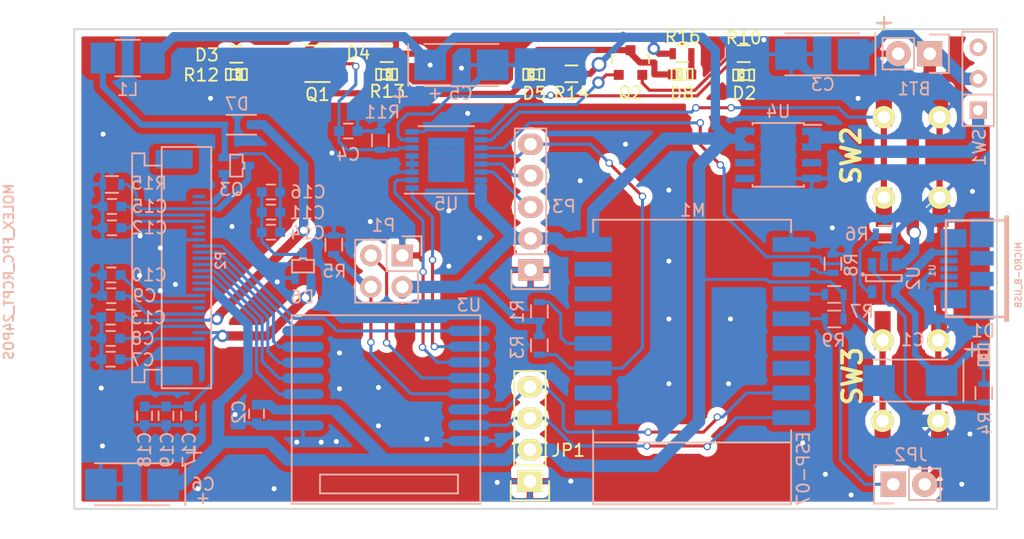
<source format=kicad_pcb>
(kicad_pcb (version 4) (host pcbnew "(2015-04-29 BZR 5630)-product")
  (layers (0 F.Cu signal) (31 B.Cu signal) (34 B.Paste user) (35 F.Paste user) (36 B.SilkS user) (37 F.SilkS user) (38 B.Mask user) (39 F.Mask user) (44 Edge.Cuts user))
  (net 0 "")
  (net 1 +BATT)
  (net 2 GND)
  (net 3 "Net-(C1-Pad1)")
  (net 4 +3.3V)
  (net 5 "Net-(C4-Pad1)")
  (net 6 /VCOM)
  (net 7 /VSL)
  (net 8 /VSH)
  (net 9 /VDD)
  (net 10 "Net-(C11-Pad2)")
  (net 11 "Net-(C11-Pad1)")
  (net 12 /VGH)
  (net 13 /PREVGH)
  (net 14 /PREVGL)
  (net 15 /VGL)
  (net 16 "Net-(D1-Pad2)")
  (net 17 "Net-(D2-Pad1)")
  (net 18 "Net-(D3-Pad1)")
  (net 19 "Net-(D3-Pad2)")
  (net 20 "Net-(D4-Pad1)")
  (net 21 "Net-(D5-Pad1)")
  (net 22 /ESP_TXD)
  (net 23 /ESP_RXD)
  (net 24 "Net-(M1-Pad1)")
  (net 25 "Net-(M1-Pad2)")
  (net 26 "Net-(M1-Pad5)")
  (net 27 "Net-(M1-Pad6)")
  (net 28 "Net-(M1-Pad7)")
  (net 29 "Net-(M1-Pad10)")
  (net 30 "Net-(M1-Pad13)")
  (net 31 "Net-(M1-Pad14)")
  (net 32 "Net-(M1-Pad11)")
  (net 33 "Net-(R4-Pad2)")
  (net 34 "Net-(P1-Pad4)")
  (net 35 "Net-(R6-Pad1)")
  (net 36 /NOTIF_LED)
  (net 37 /RESE)
  (net 38 "Net-(U1-Pad2)")
  (net 39 "Net-(U1-Pad3)")
  (net 40 "Net-(U1-Pad4)")
  (net 41 /SDA)
  (net 42 /SCLK)
  (net 43 /nCS)
  (net 44 "Net-(P1-Pad2)")
  (net 45 /nDC)
  (net 46 /nRES)
  (net 47 /BUSY)
  (net 48 SHUTDOWN)
  (net 49 "Net-(U4-Pad5)")
  (net 50 "Net-(U4-Pad6)")
  (net 51 "Net-(D8-Pad1)")
  (net 52 "Net-(JP2-Pad1)")
  (net 53 /NC1)
  (net 54 /GDR)
  (net 55 /TSCL)
  (net 56 /TSDA)
  (net 57 /VPP)
  (net 58 "Net-(P3-Pad3)")
  (net 59 "Net-(P3-Pad4)")
  (net 60 "Net-(SW1-Pad1)")
  (net 61 "Net-(SW1-Pad3)")
  (net 62 /BUTTON_0)
  (net 63 /BUTTON_1)
  (net 64 /BACKLIGHT)
  (net 65 /IO_SDA)
  (net 66 /IO_SCL)
  (net 67 "Net-(M1-Pad4)")
  (net 68 /ESP_CH_PD)
  (module via:VIA_0.6_0.4 (layer F.Cu) (at 90.17 45.466)
    (fp_text reference GND25 hide)
    (fp_text value GND hide)
    (pad 2 thru_hole circle (at 0 0) (size 0.6 0.6) (drill 0.4) (layers *.Cu) (net 2 GND))
  )
  (module via:VIA_0.6_0.4 (layer F.Cu) (at 76.8604 75.692)
    (fp_text reference GND46 hide)
    (fp_text value GND hide)
    (pad 2 thru_hole circle (at 0 0) (size 0.6 0.6) (drill 0.4) (layers *.Cu) (net 2 GND))
  )
  (module via:VIA_0.6_0.4 (layer F.Cu) (at 78.8416 75.692)
    (fp_text reference GND46 hide)
    (fp_text value GND hide)
    (pad 2 thru_hole circle (at 0 0) (size 0.6 0.6) (drill 0.4) (layers *.Cu) (net 2 GND))
  )
  (module via:VIA_0.6_0.4 (layer F.Cu) (at 80.0608 75.6412)
    (fp_text reference GND48 hide)
    (fp_text value GND hide)
    (pad 2 thru_hole circle (at 0 0) (size 0.6 0.6) (drill 0.4) (layers *.Cu) (net 2 GND))
  )
  (module via:VIA_0.6_0.4 (layer F.Cu) (at 71.882 73.4568)
    (fp_text reference GND48 hide)
    (fp_text value GND hide)
    (pad 2 thru_hole circle (at 0 0) (size 0.6 0.6) (drill 0.4) (layers *.Cu) (net 2 GND))
  )
  (module via:VIA_0.6_0.4 (layer F.Cu) (at 61.214 50.8)
    (fp_text reference GND411 hide)
    (fp_text value GND hide)
    (pad 2 thru_hole circle (at 0 0) (size 0.6 0.6) (drill 0.4) (layers *.Cu) (net 2 GND))
  )
  (module via:VIA_0.6_0.4 (layer F.Cu) (at 71.628 58.2676)
    (fp_text reference GND410 hide)
    (fp_text value GND hide)
    (pad 2 thru_hole circle (at 0 0) (size 0.6 0.6) (drill 0.4) (layers *.Cu) (net 2 GND))
  )
  (module via:VIA_0.6_0.4 (layer F.Cu) (at 75.2856 62.738)
    (fp_text reference GND49 hide)
    (fp_text value GND hide)
    (pad 2 thru_hole circle (at 0 0) (size 0.6 0.6) (drill 0.4) (layers *.Cu) (net 2 GND))
  )
  (module via:VIA_0.6_0.4 (layer F.Cu) (at 68.8848 79.4512)
    (fp_text reference GND48 hide)
    (fp_text value GND hide)
    (pad 2 thru_hole circle (at 0 0) (size 0.6 0.6) (drill 0.4) (layers *.Cu) (net 2 GND))
  )
  (module via:VIA_0.6_0.4 (layer F.Cu) (at 69.9008 47.9044)
    (fp_text reference GND47 hide)
    (fp_text value GND hide)
    (pad 2 thru_hole circle (at 0 0) (size 0.6 0.6) (drill 0.4) (layers *.Cu) (net 2 GND))
  )
  (module via:VIA_0.6_0.4 (layer F.Cu) (at 75.0316 79.4512)
    (fp_text reference GND46 hide)
    (fp_text value GND hide)
    (pad 2 thru_hole circle (at 0 0) (size 0.6 0.6) (drill 0.4) (layers *.Cu) (net 2 GND))
  )
  (module via:VIA_0.6_0.4 (layer F.Cu) (at 61.1632 75.9968)
    (fp_text reference GND45 hide)
    (fp_text value GND hide)
    (pad 2 thru_hole circle (at 0 0) (size 0.6 0.6) (drill 0.4) (layers *.Cu) (net 2 GND))
  )
  (module via:VIA_0.6_0.4 (layer F.Cu) (at 61.0616 71.3232)
    (fp_text reference GND44 hide)
    (fp_text value GND hide)
    (pad 2 thru_hole circle (at 0 0) (size 0.6 0.6) (drill 0.4) (layers *.Cu) (net 2 GND))
  )
  (module via:VIA_0.6_0.4 (layer F.Cu) (at 64.1604 62.23)
    (fp_text reference GND43 hide)
    (fp_text value GND hide)
    (pad 2 thru_hole circle (at 0 0) (size 0.6 0.6) (drill 0.4) (layers *.Cu) (net 2 GND))
  )
  (module via:VIA_0.6_0.4 (layer F.Cu) (at 67.056 62.9412)
    (fp_text reference GND42 hide)
    (fp_text value GND hide)
    (pad 2 thru_hole circle (at 0 0) (size 0.6 0.6) (drill 0.4) (layers *.Cu) (net 2 GND))
  )
  (module w_conn_pc:conn_usb_B_micro_smd (layer B.Cu) (at 132.2324 61.6712 270)
    (fp_text reference U1 (at 0.1524 4.0132 270) (layer B.SilkS) (effects (font (size 0.50038 0.50038) (thickness 0.09906)) (justify mirror)))
    (fp_text value MICRO-B_USB (at 0.508 -2.9464 270) (layer B.SilkS) (effects (font (size 0.50038 0.50038) (thickness 0.09906)) (justify mirror)))
    (pad "" smd rect (at -0.8382 0 270) (size 1.17348 1.89738) (layers B.Cu B.Paste B.Mask))
    (pad "" smd rect (at 0.8382 0 270) (size 1.17348 1.89738) (layers B.Cu B.Paste B.Mask))
    (pad "" smd rect (at 2.91338 0 270) (size 2.3749 1.89738) (layers B.Cu B.Paste B.Mask))
    (pad "" smd rect (at -2.91338 0 270) (size 2.3749 1.89738) (layers B.Cu B.Paste B.Mask))
    (pad "" smd rect (at 2.46126 2.2987 270) (size 1.4732 2.10058) (layers B.Cu B.Paste B.Mask))
    (pad "" smd rect (at -2.46126 2.2987 270) (size 1.4732 2.10058) (layers B.Cu B.Paste B.Mask))
    (pad 1 smd rect (at -1.30048 2.95938 270) (size 0.44958 2) (layers B.Cu B.Paste B.Mask) (net 3 "Net-(C1-Pad1)"))
    (pad 2 smd rect (at -0.65024 2.65938 270) (size 0.44958 1.37922) (layers B.Cu B.Paste B.Mask) (net 38 "Net-(U1-Pad2)"))
    (pad 3 smd rect (at 0 2.65938 270) (size 0.44958 1.37922) (layers B.Cu B.Paste B.Mask) (net 39 "Net-(U1-Pad3)"))
    (pad 4 smd rect (at 0.65024 2.65938 270) (size 0.44958 1.37922) (layers B.Cu B.Paste B.Mask) (net 40 "Net-(U1-Pad4)"))
    (pad 5 smd rect (at 1.30048 2.95938 270) (size 0.44958 2) (layers B.Cu B.Paste B.Mask) (net 2 GND))
  )
  (module via:VIA_0.6_0.4 (layer F.Cu) (at 68.3768 73.0504)
    (fp_text reference GND61 hide)
    (fp_text value GND hide)
  )
  (module via:VIA_0.6_0.4 (layer F.Cu) (at 71.0184 75.7428)
    (fp_text reference GND52 hide)
    (fp_text value GND hide)
  )
  (module via:VIA_0.6_0.4 (layer F.Cu) (at 122.2248 47.9044)
    (fp_text reference GND51 hide)
    (fp_text value GND hide)
    (pad 2 thru_hole circle (at 0 0) (size 0.6 0.6) (drill 0.4) (layers *.Cu) (net 2 GND))
  )
  (module via:VIA_0.6_0.4 (layer F.Cu) (at 64.2112 59.0296)
    (fp_text reference GND41 hide)
    (fp_text value GND hide)
    (pad 2 thru_hole circle (at 0 0) (size 0.6 0.6) (drill 0.4) (layers *.Cu) (net 2 GND))
  )
  (module via:VIA_0.6_0.4 (layer F.Cu) (at 64.9224 74.0664 270)
    (fp_text reference GND42 hide)
    (fp_text value GND hide)
  )
  (module via:VIA_0.6_0.4 (layer F.Cu) (at 106.934 70.9676)
    (fp_text reference GND41 hide)
    (fp_text value GND hide)
    (pad 2 thru_hole circle (at 0 0) (size 0.6 0.6) (drill 0.4) (layers *.Cu) (net 2 GND))
  )
  (module via:VIA_0.6_0.4 (layer F.Cu) (at 60.8584 75.7428)
    (fp_text reference GND34 hide)
    (fp_text value GND hide)
  )
  (module via:VIA_0.6_0.4 (layer F.Cu) (at 99.0092 78.8416)
    (fp_text reference GND33 hide)
    (fp_text value GND hide)
    (pad 2 thru_hole circle (at 0 0) (size 0.6 0.6) (drill 0.4) (layers *.Cu) (net 2 GND))
  )
  (module via:VIA_0.6_0.4 (layer F.Cu) (at 89.154 61.468)
    (fp_text reference GND32 hide)
    (fp_text value GND hide)
    (pad 2 thru_hole circle (at 0 0) (size 0.6 0.6) (drill 0.4) (layers *.Cu) (net 2 GND))
  )
  (module via:VIA_0.6_0.4 (layer F.Cu) (at 91.6432 59.182)
    (fp_text reference GND31 hide)
    (fp_text value GND hide)
    (pad 2 thru_hole circle (at 0 0) (size 0.6 0.6) (drill 0.4) (layers *.Cu) (net 2 GND))
  )
  (module via:VIA_0.6_0.4 (layer F.Cu) (at 106.934 61.0616)
    (fp_text reference GND30 hide)
    (fp_text value GND hide)
    (pad 2 thru_hole circle (at 0 0) (size 0.6 0.6) (drill 0.4) (layers *.Cu) (net 2 GND))
  )
  (module via:VIA_0.6_0.4 (layer F.Cu) (at 106.934 65.7352)
    (fp_text reference GND29 hide)
    (fp_text value GND hide)
    (pad 2 thru_hole circle (at 0 0) (size 0.6 0.6) (drill 0.4) (layers *.Cu) (net 2 GND))
  )
  (module via:VIA_0.6_0.4 (layer F.Cu) (at 111.9124 65.7352)
    (fp_text reference GND28 hide)
    (fp_text value GND hide)
    (pad 2 thru_hole circle (at 0 0) (size 0.6 0.6) (drill 0.4) (layers *.Cu) (net 2 GND))
  )
  (module via:VIA_0.6_0.4 (layer F.Cu) (at 111.76 70.9676)
    (fp_text reference GND27 hide)
    (fp_text value GND hide)
    (pad 2 thru_hole circle (at 0 0) (size 0.6 0.6) (drill 0.4) (layers *.Cu) (net 2 GND))
  )
  (module via:VIA_0.6_0.4 (layer F.Cu) (at 106.934 55.3212)
    (fp_text reference GND26 hide)
    (fp_text value GND hide)
    (pad 2 thru_hole circle (at 0 0) (size 0.6 0.6) (drill 0.4) (layers *.Cu) (net 2 GND))
  )
  (module via:VIA_0.6_0.4 (layer F.Cu) (at 99.7712 54.5592)
    (fp_text reference GND25 hide)
    (fp_text value GND hide)
    (pad 2 thru_hole circle (at 0 0) (size 0.6 0.6) (drill 0.4) (layers *.Cu) (net 2 GND))
  )
  (module via:VIA_0.6_0.4 (layer F.Cu) (at 83.4644 74.3712)
    (fp_text reference GND24 hide)
    (fp_text value GND hide)
    (pad 2 thru_hole circle (at 0 0) (size 0.6 0.6) (drill 0.4) (layers *.Cu) (net 2 GND))
  )
  (module via:VIA_0.6_0.4 (layer F.Cu) (at 83.4644 71.2724)
    (fp_text reference GND23 hide)
    (fp_text value GND hide)
    (pad 2 thru_hole circle (at 0 0) (size 0.6 0.6) (drill 0.4) (layers *.Cu) (net 2 GND))
  )
  (module via:VIA_0.6_0.4 (layer F.Cu) (at 89.154 56.9976)
    (fp_text reference GND22 hide)
    (fp_text value GND hide)
    (pad 2 thru_hole circle (at 0 0) (size 0.6 0.6) (drill 0.4) (layers *.Cu) (net 2 GND))
  )
  (module via:VIA_0.6_0.4 (layer F.Cu) (at 120.142 58.3692)
    (fp_text reference GND20 hide)
    (fp_text value GND hide)
    (pad 2 thru_hole circle (at 0 0) (size 0.6 0.6) (drill 0.4) (layers *.Cu) (net 2 GND))
  )
  (module via:VIA_0.6_0.4 (layer F.Cu) (at 121.6152 54.4068)
    (fp_text reference GND19 hide)
    (fp_text value GND hide)
    (pad 2 thru_hole circle (at 0 0) (size 0.6 0.6) (drill 0.4) (layers *.Cu) (net 2 GND))
  )
  (module via:VIA_0.6_0.4 (layer F.Cu) (at 121.666 79.9592)
    (fp_text reference GND18 hide)
    (fp_text value GND hide)
    (pad 2 thru_hole circle (at 0 0) (size 0.6 0.6) (drill 0.4) (layers *.Cu) (net 2 GND))
  )
  (module via:VIA_0.6_0.4 (layer F.Cu) (at 131.4704 55.4228)
    (fp_text reference GND17 hide)
    (fp_text value GND hide)
    (pad 2 thru_hole circle (at 0 0) (size 0.6 0.6) (drill 0.4) (layers *.Cu) (net 2 GND))
  )
  (module via:VIA_0.6_0.4 (layer F.Cu) (at 103.4288 51.6128)
    (fp_text reference GND16 hide)
    (fp_text value GND hide)
    (pad 2 thru_hole circle (at 0 0) (size 0.6 0.6) (drill 0.4) (layers *.Cu) (net 2 GND))
  )
  (module via:VIA_0.6_0.4 (layer F.Cu) (at 80.3148 71.374)
    (fp_text reference GND15 hide)
    (fp_text value GND hide)
    (pad 2 thru_hole circle (at 0 0) (size 0.6 0.6) (drill 0.4) (layers *.Cu) (net 2 GND))
  )
  (module via:VIA_0.6_0.4 (layer F.Cu) (at 80.3148 68.4784)
    (fp_text reference GND14 hide)
    (fp_text value GND hide)
    (pad 2 thru_hole circle (at 0 0) (size 0.6 0.6) (drill 0.4) (layers *.Cu) (net 2 GND))
  )
  (module via:VIA_0.6_0.4 (layer F.Cu) (at 130.6068 79.0956)
    (fp_text reference GND10 hide)
    (fp_text value GND hide)
    (pad 2 thru_hole circle (at 0 0) (size 0.6 0.6) (drill 0.4) (layers *.Cu) (net 2 GND))
  )
  (module via:VIA_0.6_0.4 (layer F.Cu) (at 131.2672 75.0316)
    (fp_text reference GND9 hide)
    (fp_text value GND hide)
    (pad 2 thru_hole circle (at 0 0) (size 0.6 0.6) (drill 0.4) (layers *.Cu) (net 2 GND))
  )
  (module via:VIA_0.6_0.4 (layer F.Cu) (at 119.5832 78.2828)
    (fp_text reference GND8 hide)
    (fp_text value GND hide)
    (pad 2 thru_hole circle (at 0 0) (size 0.6 0.6) (drill 0.4) (layers *.Cu) (net 2 GND))
  )
  (module via:VIA_0.6_0.4 (layer F.Cu) (at 117.7544 75.7428)
    (fp_text reference GND7 hide)
    (fp_text value GND hide)
    (pad 2 thru_hole circle (at 0 0) (size 0.6 0.6) (drill 0.4) (layers *.Cu) (net 2 GND))
  )
  (module via:VIA_0.6_0.4 (layer F.Cu) (at 93.0656 78.9432)
    (fp_text reference GND6 hide)
    (fp_text value GND hide)
    (pad 2 thru_hole circle (at 0 0) (size 0.6 0.6) (drill 0.4) (layers *.Cu) (net 2 GND))
  )
  (module via:VIA_0.6_0.4 (layer F.Cu) (at 79.7052 52.324)
    (fp_text reference GND3 hide)
    (fp_text value GND hide)
    (pad 2 thru_hole circle (at 0 0) (size 0.6 0.6) (drill 0.4) (layers *.Cu) (net 2 GND))
  )
  (module via:VIA_0.6_0.4 (layer F.Cu) (at 82.804 57.8612)
    (fp_text reference GND2 hide)
    (fp_text value GND hide)
    (pad 2 thru_hole circle (at 0 0) (size 0.6 0.6) (drill 0.4) (layers *.Cu) (net 2 GND))
  )
  (module Capacitors_Tantalum_SMD:TantalC_SizeC_EIA-6032_Reflow (layer B.Cu) (at 126.4412 70.7136 180)
    (fp_text reference C1 (at -0.20066 3.29946 180) (layer B.SilkS) (effects (justify mirror)))
    (fp_text value 4.7uF)
    (fp_text user + (at -4.99872 2.55016 180) (layer B.SilkS) (effects (justify mirror)))
    (pad 2 smd rect (at 2.52476 0 180) (size 2.55016 2.49936) (layers B.Cu B.Paste B.Mask) (net 2 GND))
    (pad 1 smd rect (at -2.52476 0 180) (size 2.55016 2.49936) (layers B.Cu B.Paste B.Mask) (net 3 "Net-(C1-Pad1)"))
  )
  (module Capacitors_SMD:C_0603 (layer B.Cu) (at 73.6092 73.406 90)
    (fp_text reference C2 (at 0.1524 -1.4224 90) (layer B.SilkS) (effects (justify mirror)))
    (fp_text value C)
    (pad 1 smd rect (at -0.75 0 90) (size 0.8 0.75) (layers B.Cu B.Paste B.Mask) (net 2 GND))
    (pad 2 smd rect (at 0.75 0 90) (size 0.8 0.75) (layers B.Cu B.Paste B.Mask) (net 4 +3.3V))
  )
  (module Capacitors_Tantalum_SMD:TantalC_SizeC_EIA-6032_Reflow (layer B.Cu) (at 119.3292 44.3484 180)
    (fp_text reference C3 (at -0.0508 -2.4384 180) (layer B.SilkS) (effects (justify mirror)))
    (fp_text value 4.7uF)
    (fp_text user + (at -4.99872 2.55016 180) (layer B.SilkS) (effects (justify mirror)))
    (pad 2 smd rect (at 2.52476 0 180) (size 2.55016 2.49936) (layers B.Cu B.Paste B.Mask) (net 2 GND))
    (pad 1 smd rect (at -2.52476 0 180) (size 2.55016 2.49936) (layers B.Cu B.Paste B.Mask) (net 1 +BATT))
  )
  (module Capacitors_SMD:C_0603 (layer B.Cu) (at 81.026 50.546)
    (fp_text reference C4 (at 0 1.9) (layer B.SilkS) (effects (justify mirror)))
    (fp_text value C)
    (pad 1 smd rect (at -0.75 0) (size 0.8 0.75) (layers B.Cu B.Paste B.Mask) (net 5 "Net-(C4-Pad1)"))
    (pad 2 smd rect (at 0.75 0) (size 0.8 0.75) (layers B.Cu B.Paste B.Mask) (net 2 GND))
  )
  (module Capacitors_Tantalum_SMD:TantalC_SizeC_EIA-6032_Reflow (layer B.Cu) (at 90.17 45.212)
    (fp_text reference C5 (at -0.0508 2.286) (layer B.SilkS) (effects (justify mirror)))
    (fp_text value 4.7uF)
    (fp_text user + (at -2.1336 2.2352) (layer B.SilkS) (effects (justify mirror)))
    (pad 2 smd rect (at 2.52476 0) (size 2.55016 2.49936) (layers B.Cu B.Paste B.Mask) (net 2 GND))
    (pad 1 smd rect (at -2.52476 0) (size 2.55016 2.49936) (layers B.Cu B.Paste B.Mask) (net 4 +3.3V))
  )
  (module Capacitors_Tantalum_SMD:TantalC_SizeC_EIA-6032_Reflow (layer B.Cu) (at 63.5508 79.0956 180)
    (fp_text reference C6 (at -5.7404 0 180) (layer B.SilkS) (effects (justify mirror)))
    (fp_text value 4u7/6V)
    (fp_text user + (at -5.7404 -1.0668 180) (layer B.SilkS) (effects (justify mirror)))
    (pad 2 smd rect (at 2.52476 0 180) (size 2.55016 2.49936) (layers B.Cu B.Paste B.Mask) (net 2 GND))
    (pad 1 smd rect (at -2.52476 0 180) (size 2.55016 2.49936) (layers B.Cu B.Paste B.Mask) (net 4 +3.3V))
  )
  (module Capacitors_SMD:C_0603 (layer B.Cu) (at 61.8236 68.9864 180)
    (fp_text reference C7 (at -2.5908 -0.0508 180) (layer B.SilkS) (effects (justify mirror)))
    (fp_text value 1u/25V)
    (pad 1 smd rect (at -0.75 0 180) (size 0.8 0.75) (layers B.Cu B.Paste B.Mask) (net 6 /VCOM))
    (pad 2 smd rect (at 0.75 0 180) (size 0.8 0.75) (layers B.Cu B.Paste B.Mask) (net 2 GND))
  )
  (module Capacitors_SMD:C_0603 (layer B.Cu) (at 61.8236 67.31 180)
    (fp_text reference C8 (at -2.5908 0 180) (layer B.SilkS) (effects (justify mirror)))
    (fp_text value 1u/25V)
    (pad 1 smd rect (at -0.75 0 180) (size 0.8 0.75) (layers B.Cu B.Paste B.Mask) (net 7 /VSL))
    (pad 2 smd rect (at 0.75 0 180) (size 0.8 0.75) (layers B.Cu B.Paste B.Mask) (net 2 GND))
  )
  (module Capacitors_SMD:C_0603 (layer B.Cu) (at 61.8744 63.8556 180)
    (fp_text reference C9 (at -2.6924 0 180) (layer B.SilkS) (effects (justify mirror)))
    (fp_text value 1u/25V)
    (pad 1 smd rect (at -0.75 0 180) (size 0.8 0.75) (layers B.Cu B.Paste B.Mask) (net 8 /VSH))
    (pad 2 smd rect (at 0.75 0 180) (size 0.8 0.75) (layers B.Cu B.Paste B.Mask) (net 2 GND))
  )
  (module Capacitors_SMD:C_0603 (layer B.Cu) (at 61.8744 62.1792 180)
    (fp_text reference C10 (at -3.048 0 180) (layer B.SilkS) (effects (justify mirror)))
    (fp_text value 1u/6V)
    (pad 1 smd rect (at -0.75 0 180) (size 0.8 0.75) (layers B.Cu B.Paste B.Mask) (net 9 /VDD))
    (pad 2 smd rect (at 0.75 0 180) (size 0.8 0.75) (layers B.Cu B.Paste B.Mask) (net 2 GND))
  )
  (module Capacitors_SMD:C_0603 (layer B.Cu) (at 61.9252 58.3692 180)
    (fp_text reference C12 (at -3.048 0 180) (layer B.SilkS) (effects (justify mirror)))
    (fp_text value 1u/25V)
    (pad 1 smd rect (at -0.75 0 180) (size 0.8 0.75) (layers B.Cu B.Paste B.Mask) (net 12 /VGH))
    (pad 2 smd rect (at 0.75 0 180) (size 0.8 0.75) (layers B.Cu B.Paste B.Mask) (net 2 GND))
  )
  (module Capacitors_SMD:C_0603 (layer B.Cu) (at 61.8236 65.5828 180)
    (fp_text reference C13 (at -3.048 -0.0508 180) (layer B.SilkS) (effects (justify mirror)))
    (fp_text value 1u/50V)
    (pad 1 smd rect (at -0.75 0 180) (size 0.8 0.75) (layers B.Cu B.Paste B.Mask) (net 13 /PREVGH))
    (pad 2 smd rect (at 0.75 0 180) (size 0.8 0.75) (layers B.Cu B.Paste B.Mask) (net 2 GND))
  )
  (module Capacitors_SMD:C_0603 (layer B.Cu) (at 61.9252 56.642 180)
    (fp_text reference C15 (at -3.048 0 180) (layer B.SilkS) (effects (justify mirror)))
    (fp_text value 1u/25V)
    (pad 1 smd rect (at -0.75 0 180) (size 0.8 0.75) (layers B.Cu B.Paste B.Mask) (net 15 /VGL))
    (pad 2 smd rect (at 0.75 0 180) (size 0.8 0.75) (layers B.Cu B.Paste B.Mask) (net 2 GND))
  )
  (module LEDs:LED-0603 (layer B.Cu) (at 132.3848 68.6308 270)
    (fp_text reference D1 (at -1.9304 0.0508 360) (layer B.SilkS) (effects (justify mirror)))
    (fp_text value LED)
    (pad 1 smd rect (at -0.7493 0 270) (size 0.79756 0.79756) (layers B.Cu B.Paste B.Mask) (net 3 "Net-(C1-Pad1)"))
    (pad 2 smd rect (at 0.7493 0 270) (size 0.79756 0.79756) (layers B.Cu B.Paste B.Mask) (net 16 "Net-(D1-Pad2)"))
  )
  (module LEDs:LED-0603 (layer F.Cu) (at 112.9792 46.0248 180)
    (fp_text reference D2 (at -0.0508 -1.4732 180) (layer F.SilkS))
    (fp_text value LED)
    (pad 1 smd rect (at -0.7493 0 180) (size 0.79756 0.79756) (layers F.Cu F.Paste F.Mask) (net 17 "Net-(D2-Pad1)"))
    (pad 2 smd rect (at 0.7493 0 180) (size 0.79756 0.79756) (layers F.Cu F.Paste F.Mask) (net 2 GND))
  )
  (module LEDs:LED-0603 (layer F.Cu) (at 71.9836 45.974)
    (fp_text reference D3 (at -2.3876 -1.5748) (layer F.SilkS))
    (fp_text value LED)
    (pad 1 smd rect (at -0.7493 0) (size 0.79756 0.79756) (layers F.Cu F.Paste F.Mask) (net 18 "Net-(D3-Pad1)"))
    (pad 2 smd rect (at 0.7493 0) (size 0.79756 0.79756) (layers F.Cu F.Paste F.Mask) (net 19 "Net-(D3-Pad2)"))
  )
  (module LEDs:LED-0603 (layer F.Cu) (at 84.1248 45.974)
    (fp_text reference D4 (at -2.286 -1.7272) (layer F.SilkS))
    (fp_text value LED)
    (pad 1 smd rect (at -0.7493 0) (size 0.79756 0.79756) (layers F.Cu F.Paste F.Mask) (net 20 "Net-(D4-Pad1)"))
    (pad 2 smd rect (at 0.7493 0) (size 0.79756 0.79756) (layers F.Cu F.Paste F.Mask) (net 19 "Net-(D3-Pad2)"))
  )
  (module LEDs:LED-0603 (layer F.Cu) (at 96.012 45.974 180)
    (fp_text reference D5 (at -0.0508 -1.524 180) (layer F.SilkS))
    (fp_text value LED)
    (pad 1 smd rect (at -0.7493 0 180) (size 0.79756 0.79756) (layers F.Cu F.Paste F.Mask) (net 21 "Net-(D5-Pad1)"))
    (pad 2 smd rect (at 0.7493 0 180) (size 0.79756 0.79756) (layers F.Cu F.Paste F.Mask) (net 19 "Net-(D3-Pad2)"))
  )
  (module Pin_Headers:Pin_Header_Straight_1x04 (layer F.Cu) (at 95.7072 78.8416 180)
    (fp_text reference JP1 (at -3.0988 2.4892 180) (layer F.SilkS))
    (fp_text value UART)
    (pad 1 thru_hole rect (at 0 0 180) (size 2.032 1.7272) (drill 1.016) (layers *.Cu *.Mask F.SilkS) (net 2 GND))
    (pad 2 thru_hole oval (at 0 2.54 180) (size 2.032 1.7272) (drill 1.016) (layers *.Cu *.Mask F.SilkS) (net 4 +3.3V))
    (pad 3 thru_hole oval (at 0 5.08 180) (size 2.032 1.7272) (drill 1.016) (layers *.Cu *.Mask F.SilkS) (net 22 /ESP_TXD))
    (pad 4 thru_hole oval (at 0 7.62 180) (size 2.032 1.7272) (drill 1.016) (layers *.Cu *.Mask F.SilkS) (net 23 /ESP_RXD))
  )
  (module ESP8266:ESP-07 (layer B.Cu) (at 108.8136 67.7164 90)
    (fp_text reference M1 (at 10.7696 0.0508 180) (layer B.SilkS) (effects (justify mirror)))
    (fp_text value ESP-07 (at -10.1092 8.9916 90) (layer B.SilkS) (effects (justify mirror)))
    (pad 1 smd rect (at -6 -8 90) (size 1.2 3) (layers B.Cu B.Paste B.Mask) (net 24 "Net-(M1-Pad1)"))
    (pad 2 smd rect (at -4 -8 90) (size 1.2 3) (layers B.Cu B.Paste B.Mask) (net 25 "Net-(M1-Pad2)"))
    (pad 3 smd rect (at -2 -8 90) (size 1.2 3) (layers B.Cu B.Paste B.Mask) (net 68 /ESP_CH_PD))
    (pad 4 smd rect (at 0 -8 90) (size 1.2 3) (layers B.Cu B.Paste B.Mask) (net 67 "Net-(M1-Pad4)"))
    (pad 5 smd rect (at 2 -8 90) (size 1.2 3) (layers B.Cu B.Paste B.Mask) (net 26 "Net-(M1-Pad5)"))
    (pad 6 smd rect (at 4 -8 90) (size 1.2 3) (layers B.Cu B.Paste B.Mask) (net 27 "Net-(M1-Pad6)"))
    (pad 7 smd rect (at 6 -8 90) (size 1.2 3) (layers B.Cu B.Paste B.Mask) (net 28 "Net-(M1-Pad7)"))
    (pad 8 smd rect (at 8 -8 90) (size 1.2 3) (layers B.Cu B.Paste B.Mask) (net 4 +3.3V))
    (pad 9 smd rect (at 8 8 90) (size 1.2 3) (layers B.Cu B.Paste B.Mask) (net 2 GND))
    (pad 10 smd rect (at 6 8 90) (size 1.2 3) (layers B.Cu B.Paste B.Mask) (net 29 "Net-(M1-Pad10)"))
    (pad 12 smd rect (at 2 8 90) (size 1.2 3) (layers B.Cu B.Paste B.Mask) (net 52 "Net-(JP2-Pad1)"))
    (pad 13 smd rect (at 0 8 90) (size 1.2 3) (layers B.Cu B.Paste B.Mask) (net 30 "Net-(M1-Pad13)"))
    (pad 14 smd rect (at -2 8 90) (size 1.2 3) (layers B.Cu B.Paste B.Mask) (net 31 "Net-(M1-Pad14)"))
    (pad 15 smd rect (at -4 8 90) (size 1.2 3) (layers B.Cu B.Paste B.Mask) (net 23 /ESP_RXD))
    (pad 16 smd rect (at -6 8 90) (size 1.2 3) (layers B.Cu B.Paste B.Mask) (net 22 /ESP_TXD))
    (pad 11 smd rect (at 4 8 90) (size 1.2 3) (layers B.Cu B.Paste B.Mask) (net 32 "Net-(M1-Pad11)"))
  )
  (module Resistors_SMD:R_0603 (layer B.Cu) (at 96.4692 65.1256 90)
    (fp_text reference R1 (at 0 -1.778 90) (layer B.SilkS) (effects (justify mirror)))
    (fp_text value 10K)
    (pad 1 smd rect (at -0.75 0 90) (size 0.5 0.9) (layers B.Cu B.Paste B.Mask) (net 4 +3.3V))
    (pad 2 smd rect (at 0.75 0 90) (size 0.5 0.9) (layers B.Cu B.Paste B.Mask) (net 67 "Net-(M1-Pad4)"))
  )
  (module Resistors_SMD:R_0603 (layer B.Cu) (at 96.4692 67.8688 270)
    (fp_text reference R3 (at 0.1524 1.778 270) (layer B.SilkS) (effects (justify mirror)))
    (fp_text value 10K)
    (pad 1 smd rect (at -0.75 0 270) (size 0.5 0.9) (layers B.Cu B.Paste B.Mask) (net 4 +3.3V))
    (pad 2 smd rect (at 0.75 0 270) (size 0.5 0.9) (layers B.Cu B.Paste B.Mask) (net 68 /ESP_CH_PD))
  )
  (module Resistors_SMD:R_0603 (layer B.Cu) (at 132.3848 71.7296 270)
    (fp_text reference R4 (at 2.4384 -0.1016 270) (layer B.SilkS) (effects (justify mirror)))
    (fp_text value R)
    (pad 1 smd rect (at -0.75 0 270) (size 0.5 0.9) (layers B.Cu B.Paste B.Mask) (net 16 "Net-(D1-Pad2)"))
    (pad 2 smd rect (at 0.75 0 270) (size 0.5 0.9) (layers B.Cu B.Paste B.Mask) (net 33 "Net-(R4-Pad2)"))
  )
  (module Resistors_SMD:R_0603 (layer B.Cu) (at 79.8576 59.7408 90)
    (fp_text reference R5 (at -2.1336 0.0508 180) (layer B.SilkS) (effects (justify mirror)))
    (fp_text value 20K)
    (pad 1 smd rect (at -0.75 0 90) (size 0.5 0.9) (layers B.Cu B.Paste B.Mask) (net 34 "Net-(P1-Pad4)"))
    (pad 2 smd rect (at 0.75 0 90) (size 0.5 0.9) (layers B.Cu B.Paste B.Mask) (net 2 GND))
  )
  (module Resistors_SMD:R_0603 (layer B.Cu) (at 124.4092 58.8772)
    (fp_text reference R6 (at -2.286 0) (layer B.SilkS) (effects (justify mirror)))
    (fp_text value R)
    (pad 1 smd rect (at -0.75 0) (size 0.5 0.9) (layers B.Cu B.Paste B.Mask) (net 35 "Net-(R6-Pad1)"))
    (pad 2 smd rect (at 0.75 0) (size 0.5 0.9) (layers B.Cu B.Paste B.Mask) (net 2 GND))
  )
  (module Resistors_SMD:R_0603 (layer B.Cu) (at 120.2944 63.754)
    (fp_text reference R7 (at 2.2352 1.3716) (layer B.SilkS) (effects (justify mirror)))
    (fp_text value 10K)
    (pad 1 smd rect (at -0.75 0) (size 0.5 0.9) (layers B.Cu B.Paste B.Mask) (net 32 "Net-(M1-Pad11)"))
    (pad 2 smd rect (at 0.75 0) (size 0.5 0.9) (layers B.Cu B.Paste B.Mask) (net 4 +3.3V))
  )
  (module Resistors_SMD:R_0603 (layer B.Cu) (at 120.1928 61.2648 270)
    (fp_text reference R8 (at 0.1016 -1.4732 270) (layer B.SilkS) (effects (justify mirror)))
    (fp_text value 10K)
    (pad 1 smd rect (at -0.75 0 270) (size 0.5 0.9) (layers B.Cu B.Paste B.Mask) (net 2 GND))
    (pad 2 smd rect (at 0.75 0 270) (size 0.5 0.9) (layers B.Cu B.Paste B.Mask) (net 29 "Net-(M1-Pad10)"))
  )
  (module Resistors_SMD:R_0603 (layer B.Cu) (at 120.2944 65.7352)
    (fp_text reference R9 (at -0.0508 1.7272) (layer B.SilkS) (effects (justify mirror)))
    (fp_text value 10K)
    (pad 1 smd rect (at -0.75 0) (size 0.5 0.9) (layers B.Cu B.Paste B.Mask) (net 52 "Net-(JP2-Pad1)"))
    (pad 2 smd rect (at 0.75 0) (size 0.5 0.9) (layers B.Cu B.Paste B.Mask) (net 4 +3.3V))
  )
  (module Resistors_SMD:R_0603 (layer F.Cu) (at 112.9792 44.2976 180)
    (fp_text reference R10 (at 0 1.27 180) (layer F.SilkS))
    (fp_text value R)
    (pad 1 smd rect (at -0.75 0 180) (size 0.5 0.9) (layers F.Cu F.Paste F.Mask) (net 17 "Net-(D2-Pad1)"))
    (pad 2 smd rect (at 0.75 0 180) (size 0.5 0.9) (layers F.Cu F.Paste F.Mask) (net 36 /NOTIF_LED))
  )
  (module Resistors_SMD:R_0603 (layer B.Cu) (at 83.6168 51.308 90)
    (fp_text reference R11 (at 2.286 0.1524 180) (layer B.SilkS) (effects (justify mirror)))
    (fp_text value R)
    (pad 1 smd rect (at -0.75 0 90) (size 0.5 0.9) (layers B.Cu B.Paste B.Mask) (net 5 "Net-(C4-Pad1)"))
    (pad 2 smd rect (at 0.75 0 90) (size 0.5 0.9) (layers B.Cu B.Paste B.Mask) (net 2 GND))
  )
  (module Resistors_SMD:R_0603 (layer F.Cu) (at 71.9836 44.3484 180)
    (fp_text reference R12 (at 2.8448 -1.6764 180) (layer F.SilkS))
    (fp_text value R)
    (pad 1 smd rect (at -0.75 0 180) (size 0.5 0.9) (layers F.Cu F.Paste F.Mask) (net 4 +3.3V))
    (pad 2 smd rect (at 0.75 0 180) (size 0.5 0.9) (layers F.Cu F.Paste F.Mask) (net 18 "Net-(D3-Pad1)"))
  )
  (module Resistors_SMD:R_0603 (layer F.Cu) (at 84.1248 44.2976 180)
    (fp_text reference R13 (at -0.0508 -3.048 180) (layer F.SilkS))
    (fp_text value R)
    (pad 1 smd rect (at -0.75 0 180) (size 0.5 0.9) (layers F.Cu F.Paste F.Mask) (net 4 +3.3V))
    (pad 2 smd rect (at 0.75 0 180) (size 0.5 0.9) (layers F.Cu F.Paste F.Mask) (net 20 "Net-(D4-Pad1)"))
  )
  (module Resistors_SMD:R_0603 (layer F.Cu) (at 99.06 45.9232 180)
    (fp_text reference R14 (at 0 -1.5748 180) (layer F.SilkS))
    (fp_text value R)
    (pad 1 smd rect (at -0.75 0 180) (size 0.5 0.9) (layers F.Cu F.Paste F.Mask) (net 4 +3.3V))
    (pad 2 smd rect (at 0.75 0 180) (size 0.5 0.9) (layers F.Cu F.Paste F.Mask) (net 21 "Net-(D5-Pad1)"))
  )
  (module Resistors_SMD:R_0603 (layer B.Cu) (at 61.9252 54.864 180)
    (fp_text reference R15 (at -2.9972 0.1016 180) (layer B.SilkS) (effects (justify mirror)))
    (fp_text value 3R)
    (pad 1 smd rect (at -0.75 0 180) (size 0.5 0.9) (layers B.Cu B.Paste B.Mask) (net 37 /RESE))
    (pad 2 smd rect (at 0.75 0 180) (size 0.5 0.9) (layers B.Cu B.Paste B.Mask) (net 2 GND))
  )
  (module Housings_SOT-23_SOT-143_TSOT-6:SOT-23-5 (layer B.Cu) (at 124.3076 62.4332 270)
    (fp_text reference U2 (at 0 -2.3876 270) (layer B.SilkS) (effects (justify mirror)))
    (fp_text value MCP73831)
    (pad 1 smd rect (at -1.1 0.95 270) (size 1.06 0.65) (layers B.Cu B.Paste B.Mask) (net 33 "Net-(R4-Pad2)"))
    (pad 2 smd rect (at -1.1 0 270) (size 1.06 0.65) (layers B.Cu B.Paste B.Mask) (net 2 GND))
    (pad 3 smd rect (at -1.1 -0.95 270) (size 1.06 0.65) (layers B.Cu B.Paste B.Mask) (net 1 +BATT))
    (pad 4 smd rect (at 1.1 -0.95 270) (size 1.06 0.65) (layers B.Cu B.Paste B.Mask) (net 3 "Net-(C1-Pad1)"))
    (pad 5 smd rect (at 1.1 0.95 270) (size 1.06 0.65) (layers B.Cu B.Paste B.Mask) (net 35 "Net-(R6-Pad1)"))
  )
  (module PTR5518:PTR5518 (layer B.Cu) (at 84.074 73.0504 180)
    (fp_text reference U3 (at -6.7056 8.4328 180) (layer B.SilkS) (effects (justify mirror)))
    (fp_text value PTR5518)
    (pad 1 smd oval (at -6.7056 6.35 180) (size 3.3528 0.8128) (layers B.Cu B.Paste B.Mask) (net 47 /BUSY))
    (pad 2 smd oval (at -6.7056 5.08 180) (size 3.3528 0.8128) (layers B.Cu B.Paste B.Mask) (net 66 /IO_SCL))
    (pad 3 smd oval (at -6.7056 3.81 180) (size 3.3528 0.8128) (layers B.Cu B.Paste B.Mask) (net 65 /IO_SDA))
    (pad 4 smd oval (at -6.7056 2.54 180) (size 3.3528 0.8128) (layers B.Cu B.Paste B.Mask) (net 44 "Net-(P1-Pad2)"))
    (pad 5 smd oval (at -6.7056 1.27 180) (size 3.3528 0.8128) (layers B.Cu B.Paste B.Mask) (net 34 "Net-(P1-Pad4)"))
    (pad 6 smd oval (at -6.7056 0 180) (size 3.3528 0.8128) (layers B.Cu B.Paste B.Mask) (net 23 /ESP_RXD))
    (pad 7 smd oval (at -6.7056 -1.27 180) (size 3.3528 0.8128) (layers B.Cu B.Paste B.Mask) (net 22 /ESP_TXD))
    (pad 8 smd oval (at -6.7056 -2.54 180) (size 3.3528 0.8128) (layers B.Cu B.Paste B.Mask) (net 2 GND))
    (pad 9 smd oval (at 6.7056 -1.2954 180) (size 3.3528 0.8128) (layers B.Cu B.Paste B.Mask) (net 2 GND))
    (pad 10 smd oval (at 6.7056 -0.0254 180) (size 3.3528 0.8128) (layers B.Cu B.Paste B.Mask) (net 4 +3.3V))
    (pad 11 smd oval (at 6.7056 1.2446 180) (size 3.3528 0.8128) (layers B.Cu B.Paste B.Mask) (net 41 /SDA))
    (pad 12 smd oval (at 6.7056 2.5146 180) (size 3.3528 0.8128) (layers B.Cu B.Paste B.Mask) (net 42 /SCLK))
    (pad 13 smd oval (at 6.7056 3.7846 180) (size 3.3528 0.8128) (layers B.Cu B.Paste B.Mask) (net 43 /nCS))
    (pad 14 smd oval (at 6.7056 5.0546 180) (size 3.3528 0.8128) (layers B.Cu B.Paste B.Mask) (net 45 /nDC))
    (pad 15 smd oval (at 6.7056 6.35 180) (size 3.3528 0.8128) (layers B.Cu B.Paste B.Mask) (net 46 /nRES))
  )
  (module Housings_SOIC:SOIC-8_3.9x4.9mm_Pitch1.27mm (layer B.Cu) (at 115.7732 52.4764 180)
    (fp_text reference U4 (at 0 3.5 180) (layer B.SilkS) (effects (justify mirror)))
    (fp_text value MCP1725)
    (pad 1 smd rect (at -2.7 1.905 180) (size 1.55 0.6) (layers B.Cu B.Paste B.Mask) (net 60 "Net-(SW1-Pad1)"))
    (pad 2 smd rect (at -2.7 0.635 180) (size 1.55 0.6) (layers B.Cu B.Paste B.Mask) (net 60 "Net-(SW1-Pad1)"))
    (pad 3 smd rect (at -2.7 -0.635 180) (size 1.55 0.6) (layers B.Cu B.Paste B.Mask) (net 48 SHUTDOWN))
    (pad 4 smd rect (at -2.7 -1.905 180) (size 1.55 0.6) (layers B.Cu B.Paste B.Mask) (net 2 GND))
    (pad 5 smd rect (at 2.7 -1.905 180) (size 1.55 0.6) (layers B.Cu B.Paste B.Mask) (net 49 "Net-(U4-Pad5)"))
    (pad 6 smd rect (at 2.7 -0.635 180) (size 1.55 0.6) (layers B.Cu B.Paste B.Mask) (net 50 "Net-(U4-Pad6)"))
    (pad 7 smd rect (at 2.7 0.635 180) (size 1.55 0.6) (layers B.Cu B.Paste B.Mask) (net 4 +3.3V))
    (pad 8 smd rect (at 2.7 1.905 180) (size 1.55 0.6) (layers B.Cu B.Paste B.Mask) (net 4 +3.3V))
  )
  (module Capacitors_SMD:C_0603 (layer B.Cu) (at 74.7776 55.4736)
    (fp_text reference C16 (at 2.9972 0) (layer B.SilkS) (effects (justify mirror)))
    (fp_text value 1uF)
    (pad 1 smd rect (at -0.75 0) (size 0.8 0.75) (layers B.Cu B.Paste B.Mask) (net 11 "Net-(C11-Pad1)"))
    (pad 2 smd rect (at 0.75 0) (size 0.8 0.75) (layers B.Cu B.Paste B.Mask) (net 10 "Net-(C11-Pad2)"))
  )
  (module Capacitors_SMD:C_0603 (layer B.Cu) (at 68.1228 73.5584 270)
    (fp_text reference C17 (at 2.7432 -0.0508 270) (layer B.SilkS) (effects (justify mirror)))
    (fp_text value 1uF)
    (pad 1 smd rect (at -0.75 0 270) (size 0.8 0.75) (layers B.Cu B.Paste B.Mask) (net 14 /PREVGL))
    (pad 2 smd rect (at 0.75 0 270) (size 0.8 0.75) (layers B.Cu B.Paste B.Mask) (net 2 GND))
  )
  (module Capacitors_SMD:C_0603 (layer B.Cu) (at 64.5668 73.5584 270)
    (fp_text reference C18 (at 2.7432 0 270) (layer B.SilkS) (effects (justify mirror)))
    (fp_text value 1uF)
    (pad 1 smd rect (at -0.75 0 270) (size 0.8 0.75) (layers B.Cu B.Paste B.Mask) (net 14 /PREVGL))
    (pad 2 smd rect (at 0.75 0 270) (size 0.8 0.75) (layers B.Cu B.Paste B.Mask) (net 2 GND))
  )
  (module Capacitors_SMD:C_0603 (layer B.Cu) (at 66.294 73.5584 270)
    (fp_text reference C19 (at 2.7432 -0.1016 270) (layer B.SilkS) (effects (justify mirror)))
    (fp_text value 1uF)
    (pad 1 smd rect (at -0.75 0 270) (size 0.8 0.75) (layers B.Cu B.Paste B.Mask) (net 14 /PREVGL))
    (pad 2 smd rect (at 0.75 0 270) (size 0.8 0.75) (layers B.Cu B.Paste B.Mask) (net 2 GND))
  )
  (module SOT-323:SOT-323 (layer B.Cu) (at 77.3684 61.468)
    (fp_text reference D6 (at -0.0508 2.4892) (layer B.SilkS) (effects (justify mirror)))
    (fp_text value BAT30SWFILM)
    (pad 2 smd rect (at -0.65024 0.94996) (size 0.59944 1.00076) (layers B.Cu B.Paste B.Mask) (net 2 GND))
    (pad 1 smd rect (at 0.65024 0.94996) (size 0.59944 1.00076) (layers B.Cu B.Paste B.Mask) (net 14 /PREVGL))
    (pad 3 smd rect (at 0 -0.94996) (size 0.59944 1.00076) (layers B.Cu B.Paste B.Mask) (net 11 "Net-(C11-Pad1)"))
  )
  (module Diodes_SMD:SOD-323 (layer B.Cu) (at 72.0852 50.038)
    (fp_text reference D7 (at -0.0508 -1.6764) (layer B.SilkS) (effects (justify mirror)))
    (fp_text value MBR0530)
    (pad 1 smd rect (at -1.055 0) (size 0.59 0.45) (layers B.Cu B.Paste B.Mask) (net 10 "Net-(C11-Pad2)"))
    (pad 2 smd rect (at 1.055 0) (size 0.59 0.45) (layers B.Cu B.Paste B.Mask) (net 13 /PREVGH))
  )
  (module LEDs:LED-0603 (layer F.Cu) (at 108.0008 45.974 180)
    (fp_text reference D8 (at 0 -1.524 180) (layer F.SilkS))
    (fp_text value LED)
    (pad 1 smd rect (at -0.7493 0 180) (size 0.79756 0.79756) (layers F.Cu F.Paste F.Mask) (net 51 "Net-(D8-Pad1)"))
    (pad 2 smd rect (at 0.7493 0 180) (size 0.79756 0.79756) (layers F.Cu F.Paste F.Mask) (net 19 "Net-(D3-Pad2)"))
  )
  (module Resistors_SMD:R_1210_HandSoldering (layer B.Cu) (at 63.1952 44.6532 180)
    (fp_text reference L1 (at 0 -2.54 180) (layer B.SilkS) (effects (justify mirror)))
    (fp_text value 22u)
    (pad 1 smd rect (at -2 0 180) (size 2 2.5) (layers B.Cu B.Paste B.Mask) (net 4 +3.3V))
    (pad 2 smd rect (at 2 0 180) (size 2 2.5) (layers B.Cu B.Paste B.Mask) (net 10 "Net-(C11-Pad2)"))
  )
  (module Pin_Headers:Pin_Header_Straight_1x05 (layer B.Cu) (at 95.758 61.7728)
    (fp_text reference P3 (at 2.6924 -5.1308) (layer B.SilkS) (effects (justify mirror)))
    (fp_text value CONN_5)
    (pad 1 thru_hole rect (at 0 0) (size 2.032 1.7272) (drill 1.016) (layers *.Cu *.Mask B.SilkS) (net 2 GND))
    (pad 2 thru_hole oval (at 0 -2.54) (size 2.032 1.7272) (drill 1.016) (layers *.Cu *.Mask B.SilkS) (net 4 +3.3V))
    (pad 3 thru_hole oval (at 0 -5.08) (size 2.032 1.7272) (drill 1.016) (layers *.Cu *.Mask B.SilkS) (net 58 "Net-(P3-Pad3)"))
    (pad 4 thru_hole oval (at 0 -7.62) (size 2.032 1.7272) (drill 1.016) (layers *.Cu *.Mask B.SilkS) (net 59 "Net-(P3-Pad4)"))
    (pad 5 thru_hole oval (at 0 -10.16) (size 2.032 1.7272) (drill 1.016) (layers *.Cu *.Mask B.SilkS) (net 68 /ESP_CH_PD))
  )
  (module Resistors_SMD:R_1210 (layer F.Cu) (at 78.5368 45.1104)
    (fp_text reference Q1 (at 0 2.4892) (layer F.SilkS))
    (fp_text value PHOTO-TRANSISTOR-NPN)
    (pad 1 smd rect (at -1.45 0) (size 0.9 2.5) (layers F.Cu F.Paste F.Mask) (net 4 +3.3V))
    (pad 2 smd rect (at 1.45 0) (size 0.9 2.5) (layers F.Cu F.Paste F.Mask) (net 5 "Net-(C4-Pad1)"))
  )
  (module Housings_SOT-23_SOT-143_TSOT-6:SOT-23 (layer F.Cu) (at 103.8352 45.0088)
    (fp_text reference Q2 (at 0 2.4384) (layer F.SilkS))
    (fp_text value NTR4170N)
    (pad 1 smd rect (at -0.95 1.00076) (size 0.8001 0.8001) (layers F.Cu F.Paste F.Mask) (net 64 /BACKLIGHT))
    (pad 2 smd rect (at 0.95 1.00076) (size 0.8001 0.8001) (layers F.Cu F.Paste F.Mask) (net 2 GND))
    (pad 3 smd rect (at 0 -0.99822) (size 0.8001 0.8001) (layers F.Cu F.Paste F.Mask) (net 19 "Net-(D3-Pad2)"))
  )
  (module SOT-323:SOT-323 (layer B.Cu) (at 71.9836 53.34 270)
    (fp_text reference Q3 (at 1.9304 0.4064 360) (layer B.SilkS) (effects (justify mirror)))
    (fp_text value Si1304BDL)
    (pad 2 smd rect (at -0.65024 0.94996 270) (size 0.59944 1.00076) (layers B.Cu B.Paste B.Mask) (net 10 "Net-(C11-Pad2)"))
    (pad 1 smd rect (at 0.65024 0.94996 270) (size 0.59944 1.00076) (layers B.Cu B.Paste B.Mask) (net 54 /GDR))
    (pad 3 smd rect (at 0 -0.94996 270) (size 0.59944 1.00076) (layers B.Cu B.Paste B.Mask) (net 37 /RESE))
  )
  (module Resistors_SMD:R_0603 (layer F.Cu) (at 108.0008 44.2976)
    (fp_text reference R16 (at 0.0508 -1.3716) (layer F.SilkS))
    (fp_text value R)
    (pad 1 smd rect (at -0.75 0) (size 0.5 0.9) (layers F.Cu F.Paste F.Mask) (net 4 +3.3V))
    (pad 2 smd rect (at 0.75 0) (size 0.5 0.9) (layers F.Cu F.Paste F.Mask) (net 51 "Net-(D8-Pad1)"))
  )
  (module Housings_SSOP:TSSOP-16-1EP_4.4x5mm_Pitch0.65mm (layer B.Cu) (at 88.9508 52.8828)
    (fp_text reference U5 (at 0 3.55) (layer B.SilkS) (effects (justify mirror)))
    (fp_text value PCA9557PWR)
    (pad 1 smd rect (at -2.775 2.275) (size 1.05 0.45) (layers B.Cu B.Paste B.Mask) (net 66 /IO_SCL))
    (pad 2 smd rect (at -2.775 1.625) (size 1.05 0.45) (layers B.Cu B.Paste B.Mask) (net 65 /IO_SDA))
    (pad 3 smd rect (at -2.775 0.975) (size 1.05 0.45) (layers B.Cu B.Paste B.Mask) (net 2 GND))
    (pad 4 smd rect (at -2.775 0.325) (size 1.05 0.45) (layers B.Cu B.Paste B.Mask) (net 2 GND))
    (pad 5 smd rect (at -2.775 -0.325) (size 1.05 0.45) (layers B.Cu B.Paste B.Mask) (net 2 GND))
    (pad 6 smd rect (at -2.775 -0.975) (size 1.05 0.45) (layers B.Cu B.Paste B.Mask) (net 5 "Net-(C4-Pad1)"))
    (pad 7 smd rect (at -2.775 -1.625) (size 1.05 0.45) (layers B.Cu B.Paste B.Mask) (net 36 /NOTIF_LED))
    (pad 8 smd rect (at -2.775 -2.275) (size 1.05 0.45) (layers B.Cu B.Paste B.Mask) (net 2 GND))
    (pad 9 smd rect (at 2.775 -2.275) (size 1.05 0.45) (layers B.Cu B.Paste B.Mask) (net 64 /BACKLIGHT))
    (pad 10 smd rect (at 2.775 -1.625) (size 1.05 0.45) (layers B.Cu B.Paste B.Mask) (net 62 /BUTTON_0))
    (pad 11 smd rect (at 2.775 -0.975) (size 1.05 0.45) (layers B.Cu B.Paste B.Mask) (net 63 /BUTTON_1))
    (pad 12 smd rect (at 2.775 -0.325) (size 1.05 0.45) (layers B.Cu B.Paste B.Mask) (net 68 /ESP_CH_PD))
    (pad 13 smd rect (at 2.775 0.325) (size 1.05 0.45) (layers B.Cu B.Paste B.Mask) (net 59 "Net-(P3-Pad4)"))
    (pad 14 smd rect (at 2.775 0.975) (size 1.05 0.45) (layers B.Cu B.Paste B.Mask) (net 58 "Net-(P3-Pad3)"))
    (pad 15 smd rect (at 2.775 1.625) (size 1.05 0.45) (layers B.Cu B.Paste B.Mask) (net 4 +3.3V))
    (pad 16 smd rect (at 2.775 2.275) (size 1.05 0.45) (layers B.Cu B.Paste B.Mask) (net 4 +3.3V))
    (pad 17 smd rect (at 0.735 -1.3425) (size 1.47 0.895) (layers B.Cu B.Paste B.Mask))
    (pad 17 smd rect (at 0.735 -0.4475) (size 1.47 0.895) (layers B.Cu B.Paste B.Mask))
    (pad 17 smd rect (at 0.735 0.4475) (size 1.47 0.895) (layers B.Cu B.Paste B.Mask))
    (pad 17 smd rect (at 0.735 1.3425) (size 1.47 0.895) (layers B.Cu B.Paste B.Mask))
    (pad 17 smd rect (at -0.735 -1.3425) (size 1.47 0.895) (layers B.Cu B.Paste B.Mask))
    (pad 17 smd rect (at -0.735 -0.4475) (size 1.47 0.895) (layers B.Cu B.Paste B.Mask))
    (pad 17 smd rect (at -0.735 0.4475) (size 1.47 0.895) (layers B.Cu B.Paste B.Mask))
    (pad 17 smd rect (at -0.735 1.3425) (size 1.47 0.895) (layers B.Cu B.Paste B.Mask))
  )
  (module Capacitors_SMD:C_0603 (layer B.Cu) (at 74.7776 57.0992)
    (fp_text reference C11 (at 2.9464 0.0508) (layer B.SilkS) (effects (justify mirror)))
    (fp_text value 1uF)
    (pad 1 smd rect (at -0.75 0) (size 0.8 0.75) (layers B.Cu B.Paste B.Mask) (net 11 "Net-(C11-Pad1)"))
    (pad 2 smd rect (at 0.75 0) (size 0.8 0.75) (layers B.Cu B.Paste B.Mask) (net 10 "Net-(C11-Pad2)"))
  )
  (module Capacitors_SMD:C_0603 (layer B.Cu) (at 74.7776 58.7248)
    (fp_text reference C14 (at 2.9464 0.0508) (layer B.SilkS) (effects (justify mirror)))
    (fp_text value 1uF)
    (pad 1 smd rect (at -0.75 0) (size 0.8 0.75) (layers B.Cu B.Paste B.Mask) (net 11 "Net-(C11-Pad1)"))
    (pad 2 smd rect (at 0.75 0) (size 0.8 0.75) (layers B.Cu B.Paste B.Mask) (net 10 "Net-(C11-Pad2)"))
  )
  (module Buttons_Switches_ThroughHole:SW_Micro_SPST (layer B.Cu) (at 131.9276 46.3296 90)
    (fp_text reference SW1 (at -5.5372 0.1016 90) (layer B.SilkS) (effects (justify mirror)))
    (fp_text value SW-SPDT)
    (pad 1 thru_hole rect (at -2.54 0 90) (size 1.397 1.397) (drill 0.8128) (layers *.Cu *.Mask B.SilkS) (net 60 "Net-(SW1-Pad1)"))
    (pad 2 thru_hole circle (at 0 0 90) (size 1.397 1.397) (drill 0.8128) (layers *.Cu *.Mask B.SilkS) (net 1 +BATT))
    (pad 3 thru_hole circle (at 2.54 0 90) (size 1.397 1.397) (drill 0.8128) (layers *.Cu *.Mask B.SilkS) (net 61 "Net-(SW1-Pad3)"))
  )
  (module SW:SW_M6_COMBO (layer F.Cu) (at 126.5936 52.6796 90)
    (fp_text reference SW2 (at 0.1524 -4.9276 90) (layer F.SilkS) (effects (font (thickness 0.3048))))
    (fp_text value SW_PUSH hide)
    (pad 1 smd rect (at 4.064 -2.286 90) (size 3.0988 1.30048) (layers F.Cu F.Paste F.Mask) (net 62 /BUTTON_0))
    (pad 1 smd rect (at -4.064 -2.286 90) (size 3.0988 1.30048) (layers F.Cu F.Paste F.Mask) (net 62 /BUTTON_0))
    (pad 2 smd rect (at -4.064 2.286 90) (size 3.0988 1.30048) (layers F.Cu F.Paste F.Mask) (net 2 GND))
    (pad 2 smd rect (at 4.064 2.286 90) (size 3.0988 1.30048) (layers F.Cu F.Paste F.Mask) (net 2 GND))
    (pad 1 thru_hole circle (at -3.2512 -2.286 90) (size 1.80086 1.80086) (drill 1.00076) (layers *.Cu *.Mask F.SilkS) (net 62 /BUTTON_0))
    (pad 1 thru_hole circle (at 3.2512 -2.286 90) (size 1.80086 1.80086) (drill 1.00076) (layers *.Cu *.Mask F.SilkS) (net 62 /BUTTON_0))
    (pad 2 thru_hole circle (at -3.2512 2.21488 90) (size 1.80086 1.80086) (drill 1.00076) (layers *.Cu *.Mask F.SilkS) (net 2 GND))
    (pad 2 thru_hole circle (at 3.2512 2.21488 90) (size 1.80086 1.80086) (drill 1.00076) (layers *.Cu *.Mask F.SilkS) (net 2 GND))
  )
  (module SW:SW_M6_COMBO (layer F.Cu) (at 126.492 70.7136 90)
    (fp_text reference SW3 (at 0.3556 -4.7244 90) (layer F.SilkS) (effects (font (thickness 0.3048))))
    (fp_text value SW_PUSH hide)
    (pad 1 smd rect (at 4.064 -2.286 90) (size 3.0988 1.30048) (layers F.Cu F.Paste F.Mask) (net 63 /BUTTON_1))
    (pad 1 smd rect (at -4.064 -2.286 90) (size 3.0988 1.30048) (layers F.Cu F.Paste F.Mask) (net 63 /BUTTON_1))
    (pad 2 smd rect (at -4.064 2.286 90) (size 3.0988 1.30048) (layers F.Cu F.Paste F.Mask) (net 2 GND))
    (pad 2 smd rect (at 4.064 2.286 90) (size 3.0988 1.30048) (layers F.Cu F.Paste F.Mask) (net 2 GND))
    (pad 1 thru_hole circle (at -3.2512 -2.286 90) (size 1.80086 1.80086) (drill 1.00076) (layers *.Cu *.Mask F.SilkS) (net 63 /BUTTON_1))
    (pad 1 thru_hole circle (at 3.2512 -2.286 90) (size 1.80086 1.80086) (drill 1.00076) (layers *.Cu *.Mask F.SilkS) (net 63 /BUTTON_1))
    (pad 2 thru_hole circle (at -3.2512 2.21488 90) (size 1.80086 1.80086) (drill 1.00076) (layers *.Cu *.Mask F.SilkS) (net 2 GND))
    (pad 2 thru_hole circle (at 3.2512 2.21488 90) (size 1.80086 1.80086) (drill 1.00076) (layers *.Cu *.Mask F.SilkS) (net 2 GND))
  )
  (module Pin_Headers:Pin_Header_Straight_1x02 (layer B.Cu) (at 128.016 44.2976 90)
    (fp_text reference BT1 (at -2.8448 -1.27 180) (layer B.SilkS) (effects (justify mirror)))
    (fp_text value "Li-Po 3.7V")
    (pad 1 thru_hole rect (at 0 0 90) (size 2.032 2.032) (drill 1.016) (layers *.Cu *.Mask B.SilkS) (net 1 +BATT))
    (pad 2 thru_hole oval (at 0 -2.54 90) (size 2.032 2.032) (drill 1.016) (layers *.Cu *.Mask B.SilkS) (net 2 GND))
  )
  (module Pin_Headers:Pin_Header_Straight_2x02 (layer B.Cu) (at 85.3948 60.6044 180)
    (fp_text reference P1 (at 1.524 2.4384 180) (layer B.SilkS) (effects (justify mirror)))
    (fp_text value CONN_2X2)
    (pad 1 thru_hole rect (at 0 0 180) (size 1.7272 1.7272) (drill 1.016) (layers *.Cu *.Mask B.SilkS) (net 2 GND))
    (pad 2 thru_hole oval (at 2.54 0 180) (size 1.7272 1.7272) (drill 1.016) (layers *.Cu *.Mask B.SilkS) (net 44 "Net-(P1-Pad2)"))
    (pad 3 thru_hole oval (at 0 -2.54 180) (size 1.7272 1.7272) (drill 1.016) (layers *.Cu *.Mask B.SilkS) (net 4 +3.3V))
    (pad 4 thru_hole oval (at 2.54 -2.54 180) (size 1.7272 1.7272) (drill 1.016) (layers *.Cu *.Mask B.SilkS) (net 34 "Net-(P1-Pad4)"))
  )
  (module Pin_Headers:Pin_Header_Straight_1x02 (layer B.Cu) (at 125.0696 79.0956 270)
    (fp_text reference JP2 (at -2.3876 -1.4224 360) (layer B.SilkS) (effects (justify mirror)))
    (fp_text value JUMPER)
    (pad 1 thru_hole rect (at 0 0 270) (size 2.032 2.032) (drill 1.016) (layers *.Cu *.Mask B.SilkS) (net 52 "Net-(JP2-Pad1)"))
    (pad 2 thru_hole oval (at 0 -2.54 270) (size 2.032 2.032) (drill 1.016) (layers *.Cu *.Mask B.SilkS) (net 2 GND))
  )
  (module FPC:MOLEX_FPC_RCPT_24POS_0_5MM (layer B.Cu) (at 72.9488 65.8368 90)
    (fp_text reference P2 (at 4.826 -2.2352 90) (layer B.SilkS) (effects (font (size 0.762 0.762) (thickness 0.1524)) (justify mirror)))
    (fp_text value MOLEX_FPC_RCPT_24POS (at 3.9116 -19.3548 90) (layer B.SilkS) (effects (font (size 0.762 0.762) (thickness 0.1524)) (justify mirror)))
    (pad 1 smd rect (at 10 -4 270) (size 0.26924 1.00076) (layers B.Cu B.Paste B.Mask) (net 53 /NC1))
    (pad 2 smd rect (at 9.5 -4 270) (size 0.26924 1.00076) (layers B.Cu B.Paste B.Mask) (net 54 /GDR))
    (pad 3 smd rect (at 9 -4 270) (size 0.26924 1.00076) (layers B.Cu B.Paste B.Mask) (net 37 /RESE))
    (pad 4 smd rect (at 8.5 -4 270) (size 0.26924 1.00076) (layers B.Cu B.Paste B.Mask) (net 15 /VGL))
    (pad 5 smd rect (at 8 -4 270) (size 0.26924 1.00076) (layers B.Cu B.Paste B.Mask) (net 12 /VGH))
    (pad 6 smd rect (at 7.5 -4 270) (size 0.26924 1.00076) (layers B.Cu B.Paste B.Mask) (net 55 /TSCL))
    (pad 7 smd rect (at 7 -4 270) (size 0.26924 1.00076) (layers B.Cu B.Paste B.Mask) (net 56 /TSDA))
    (pad 8 smd rect (at 6.5 -4 270) (size 0.26924 1.00076) (layers B.Cu B.Paste B.Mask) (net 2 GND))
    (pad 9 smd rect (at 6 -4 270) (size 0.26924 1.00076) (layers B.Cu B.Paste B.Mask) (net 47 /BUSY))
    (pad 10 smd rect (at 5.5 -4 270) (size 0.26924 1.00076) (layers B.Cu B.Paste B.Mask) (net 46 /nRES))
    (pad 11 smd rect (at 5 -4 270) (size 0.26924 1.00076) (layers B.Cu B.Paste B.Mask) (net 45 /nDC))
    (pad 12 smd rect (at 4.5 -4 270) (size 0.26924 1.00076) (layers B.Cu B.Paste B.Mask) (net 43 /nCS))
    (pad 13 smd rect (at 4 -4 270) (size 0.26924 1.00076) (layers B.Cu B.Paste B.Mask) (net 42 /SCLK))
    (pad 14 smd rect (at 3.5 -4 270) (size 0.26924 1.00076) (layers B.Cu B.Paste B.Mask) (net 41 /SDA))
    (pad 15 smd rect (at 3 -4 270) (size 0.26924 1.00076) (layers B.Cu B.Paste B.Mask) (net 4 +3.3V))
    (pad 16 smd rect (at 2.5 -4 270) (size 0.26924 1.00076) (layers B.Cu B.Paste B.Mask) (net 4 +3.3V))
    (pad 17 smd rect (at 2 -4 270) (size 0.26924 1.00076) (layers B.Cu B.Paste B.Mask) (net 2 GND))
    (pad 18 smd rect (at 1.5 -4 270) (size 0.26924 1.00076) (layers B.Cu B.Paste B.Mask) (net 9 /VDD))
    (pad 19 smd rect (at 1 -4 270) (size 0.26924 1.00076) (layers B.Cu B.Paste B.Mask) (net 57 /VPP))
    (pad 20 smd rect (at 0.5 -4 270) (size 0.26924 1.00076) (layers B.Cu B.Paste B.Mask) (net 8 /VSH))
    (pad 21 smd rect (at 0 -4 270) (size 0.26924 1.00076) (layers B.Cu B.Paste B.Mask) (net 13 /PREVGH))
    (pad 22 smd rect (at -0.5 -4 270) (size 0.26924 1.00076) (layers B.Cu B.Paste B.Mask) (net 7 /VSL))
    (pad 23 smd rect (at -1 -4 270) (size 0.26924 1.00076) (layers B.Cu B.Paste B.Mask) (net 14 /PREVGL))
    (pad 24 smd rect (at -1.5 -4 270) (size 0.26924 1.00076) (layers B.Cu B.Paste B.Mask) (net 6 /VCOM))
    (pad M1 smd rect (at -4.5 -6 90) (size 1.5 3) (layers B.Cu B.Paste B.Mask))
    (pad M2 smd rect (at 13 -6 90) (size 1.5 3) (layers B.Cu B.Paste B.Mask))
  )
  (gr_line (start 58.8772 77.0636) (end 58.8772 81.0768) (angle 90) (layer Edge.Cuts) (width 0.15))
  (gr_line (start 133.4516 77.0636) (end 133.4516 81.0768) (angle 90) (layer Edge.Cuts) (width 0.15))
  (gr_line (start 58.8772 42.3164) (end 59.2328 42.3164) (angle 90) (layer Edge.Cuts) (width 0.15))
  (gr_line (start 58.8772 77.0636) (end 58.8772 42.3164) (angle 90) (layer Edge.Cuts) (width 0.15))
  (gr_line (start 133.4516 81.0768) (end 58.8772 81.0768) (angle 90) (layer Edge.Cuts) (width 0.15))
  (gr_line (start 133.4516 42.3164) (end 133.4516 77.0636) (angle 90) (layer Edge.Cuts) (width 0.15))
  (gr_line (start 59.2328 42.3164) (end 133.4516 42.3164) (angle 90) (layer Edge.Cuts) (width 0.15))
  (segment (start 130.7592 46.3296) (end 131.9276 46.3296) (width 1) (layer B.Cu) (net 1))
  (segment (start 128.7272 44.2976) (end 130.7592 46.3296) (width 1) (layer B.Cu) (net 1))
  (segment (start 128.016 44.2976) (end 128.7272 44.2976) (width 1) (layer B.Cu) (net 1))
  (segment (start 125.814 61.3332) (end 126.7968 60.3504) (width 0.75) (layer B.Cu) (net 1))
  (segment (start 126.7968 60.3504) (end 126.7968 58.7756) (width 0.75) (layer B.Cu) (net 1))
  (via (at 126.7968 58.7756) (size 1) (drill 0.8) (layers F.Cu B.Cu) (net 1))
  (segment (start 126.7968 58.7756) (end 126.6444 58.6232) (width 1) (layer F.Cu) (net 1))
  (segment (start 126.6444 58.6232) (end 126.6444 47.2948) (width 1) (layer F.Cu) (net 1))
  (segment (start 126.6444 47.2948) (end 128.016 45.9232) (width 1) (layer F.Cu) (net 1))
  (segment (start 128.016 45.9232) (end 128.016 44.2976) (width 1) (layer F.Cu) (net 1))
  (segment (start 125.2576 61.3332) (end 125.814 61.3332) (width 0.75) (layer B.Cu) (net 1))
  (segment (start 121.85396 44.3484) (end 121.87936 44.3484) (width 0.75) (layer B.Cu) (net 1))
  (segment (start 124.46 42.672) (end 126.3904 42.672) (width 0.75) (layer B.Cu) (net 1))
  (segment (start 126.3904 42.672) (end 128.016 44.2976) (width 0.75) (layer B.Cu) (net 1))
  (segment (start 122.7836 44.3484) (end 124.46 42.672) (width 0.75) (layer B.Cu) (net 1))
  (segment (start 121.85396 44.3484) (end 122.7836 44.3484) (width 0.75) (layer B.Cu) (net 1))
  (segment (start 68.9488 59.3368) (end 66.4948 59.3368) (width 0.25) (layer B.Cu) (net 2))
  (via (at 65.8368 59.9948) (size 0.6) (layers F.Cu B.Cu) (net 2))
  (segment (start 66.4948 59.3368) (end 65.8368 59.9948) (width 0.25) (layer B.Cu) (net 2))
  (segment (start 68.9488 63.8368) (end 66.2244 63.8368) (width 0.25) (layer B.Cu) (net 2))
  (via (at 65.8368 63.4492) (size 0.6) (layers F.Cu B.Cu) (net 2))
  (segment (start 66.2244 63.8368) (end 65.8368 63.4492) (width 0.25) (layer B.Cu) (net 2))
  (segment (start 77.3684 74.3458) (end 73.799 74.3458) (width 0.75) (layer B.Cu) (net 2))
  (segment (start 73.799 74.3458) (end 73.6092 74.156) (width 0.75) (layer B.Cu) (net 2))
  (segment (start 66.294 74.3084) (end 68.1228 74.3084) (width 0.25) (layer B.Cu) (net 2))
  (segment (start 64.5668 74.3084) (end 66.294 74.3084) (width 0.25) (layer B.Cu) (net 2))
  (segment (start 112.163398 43.0784) (end 114.5032 43.0784) (width 0.25) (layer F.Cu) (net 2))
  (segment (start 114.5032 43.0784) (end 114.6048 43.18) (width 0.25) (layer F.Cu) (net 2))
  (via (at 114.6048 43.18) (size 0.6) (drill 0.4) (layers F.Cu B.Cu) (net 2))
  (segment (start 104.7852 46.00956) (end 104.7852 46.65961) (width 0.25) (layer F.Cu) (net 2))
  (segment (start 104.7852 46.65961) (end 105.37678 47.25119) (width 0.25) (layer F.Cu) (net 2))
  (segment (start 105.37678 47.25119) (end 109.0336 47.25119) (width 0.25) (layer F.Cu) (net 2))
  (segment (start 109.0336 47.25119) (end 111.654199 44.630591) (width 0.25) (layer F.Cu) (net 2))
  (segment (start 111.654199 44.630591) (end 111.654199 43.587599) (width 0.25) (layer F.Cu) (net 2))
  (segment (start 111.654199 43.587599) (end 112.163398 43.0784) (width 0.25) (layer F.Cu) (net 2))
  (segment (start 87.3252 75.3872) (end 87.376 75.438) (width 0.25) (layer B.Cu) (net 2))
  (segment (start 90.7796 75.5904) (end 87.5284 75.5904) (width 0.25) (layer B.Cu) (net 2))
  (segment (start 87.376 75.438) (end 87.3252 75.3872) (width 0.25) (layer F.Cu) (net 2))
  (via (at 87.376 75.438) (size 0.6) (layers F.Cu B.Cu) (net 2))
  (segment (start 87.5284 75.5904) (end 87.376 75.438) (width 0.25) (layer B.Cu) (net 2))
  (segment (start 86.1758 50.6078) (end 87.111 50.6078) (width 0.25) (layer B.Cu) (net 2))
  (via (at 90.678 49.1236) (size 0.6) (layers F.Cu B.Cu) (net 2))
  (segment (start 88.5952 49.1236) (end 90.678 49.1236) (width 0.25) (layer B.Cu) (net 2))
  (segment (start 87.111 50.6078) (end 88.5952 49.1236) (width 0.25) (layer B.Cu) (net 2))
  (segment (start 84.8458 53.8578) (end 84.5214 53.8578) (width 0.5) (layer B.Cu) (net 2))
  (segment (start 85.3948 57.8104) (end 85.3948 60.6044) (width 0.5) (layer B.Cu) (net 2))
  (segment (start 84.0232 56.4388) (end 85.3948 57.8104) (width 0.5) (layer B.Cu) (net 2))
  (segment (start 84.0232 54.356) (end 84.0232 56.4388) (width 0.5) (layer B.Cu) (net 2))
  (segment (start 84.5214 53.8578) (end 84.0232 54.356) (width 0.5) (layer B.Cu) (net 2))
  (segment (start 86.1758 53.8578) (end 84.8458 53.8578) (width 0.25) (layer B.Cu) (net 2))
  (segment (start 84.8458 53.8578) (end 84.836 53.848) (width 0.25) (layer B.Cu) (net 2))
  (segment (start 86.1758 53.2078) (end 86.1758 52.5578) (width 0.25) (layer B.Cu) (net 2))
  (segment (start 86.1758 53.8578) (end 86.1758 53.2078) (width 0.25) (layer B.Cu) (net 2))
  (segment (start 83.6168 50.558) (end 83.6168 50.0888) (width 0.5) (layer B.Cu) (net 2))
  (segment (start 90.76436 47.1424) (end 92.69476 45.212) (width 0.5) (layer B.Cu) (net 2))
  (segment (start 83.6168 50.0888) (end 86.36 47.3456) (width 0.5) (layer B.Cu) (net 2))
  (segment (start 86.36 47.3456) (end 86.4108 47.3456) (width 0.5) (layer B.Cu) (net 2))
  (segment (start 86.4108 47.3456) (end 86.614 47.1424) (width 0.5) (layer B.Cu) (net 2))
  (segment (start 86.614 47.1424) (end 90.76436 47.1424) (width 0.5) (layer B.Cu) (net 2))
  (segment (start 95.758 78.74) (end 95.9104 78.74) (width 0.25) (layer B.Cu) (net 2))
  (segment (start 128.70688 73.9648) (end 128.70688 67.4624) (width 0.5) (layer F.Cu) (net 2))
  (segment (start 128.80848 50.7018) (end 128.80848 55.9308) (width 0.5) (layer F.Cu) (net 2))
  (segment (start 128.80848 49.4284) (end 128.80848 50.7018) (width 0.5) (layer F.Cu) (net 2))
  (segment (start 118.83644 46.3804) (end 116.80444 44.3484) (width 0.75) (layer B.Cu) (net 2))
  (segment (start 123.5964 46.3804) (end 118.83644 46.3804) (width 0.75) (layer B.Cu) (net 2))
  (segment (start 125.476 44.5008) (end 123.5964 46.3804) (width 0.75) (layer B.Cu) (net 2))
  (segment (start 125.476 44.2976) (end 125.476 44.5008) (width 0.75) (layer B.Cu) (net 2))
  (segment (start 128.1176 55.9308) (end 128.80848 55.9308) (width 0.5) (layer B.Cu) (net 2))
  (segment (start 126.492 57.5564) (end 128.1176 55.9308) (width 0.5) (layer B.Cu) (net 2))
  (segment (start 125.1712 58.8772) (end 126.492 57.5564) (width 0.5) (layer B.Cu) (net 2))
  (segment (start 125.1592 58.8772) (end 125.1712 58.8772) (width 0.5) (layer B.Cu) (net 2))
  (segment (start 125.476 46.09592) (end 128.80848 49.4284) (width 1) (layer B.Cu) (net 2))
  (segment (start 125.476 44.2976) (end 125.476 46.09592) (width 1) (layer B.Cu) (net 2))
  (segment (start 124.3076 60.4012) (end 125.1592 59.5496) (width 0.5) (layer B.Cu) (net 2))
  (segment (start 125.1592 59.5496) (end 125.1592 58.8772) (width 0.5) (layer B.Cu) (net 2))
  (segment (start 124.3076 61.3332) (end 124.3076 60.4012) (width 0.5) (layer B.Cu) (net 2))
  (segment (start 128.48341 62.97168) (end 128.0668 63.38829) (width 0.4) (layer B.Cu) (net 2))
  (segment (start 129.57302 62.97168) (end 128.48341 62.97168) (width 0.4) (layer B.Cu) (net 2))
  (segment (start 128.70688 66.189) (end 128.70688 67.4624) (width 0.4) (layer B.Cu) (net 2))
  (segment (start 128.0668 65.54892) (end 128.70688 66.189) (width 0.4) (layer B.Cu) (net 2))
  (segment (start 128.0668 63.38829) (end 128.0668 65.54892) (width 0.4) (layer B.Cu) (net 2))
  (segment (start 128.778 77.9272) (end 127.6096 79.0956) (width 0.75) (layer F.Cu) (net 2))
  (segment (start 128.778 74.7776) (end 128.778 77.9272) (width 0.75) (layer F.Cu) (net 2))
  (segment (start 123.91644 71.13524) (end 123.91644 70.7136) (width 1) (layer B.Cu) (net 2))
  (segment (start 126.746 73.9648) (end 123.91644 71.13524) (width 1) (layer B.Cu) (net 2))
  (segment (start 128.70688 73.9648) (end 126.746 73.9648) (width 1) (layer B.Cu) (net 2))
  (segment (start 120.7008 59.5376) (end 122.6312 57.6072) (width 0.5) (layer B.Cu) (net 2))
  (segment (start 120.522 59.7164) (end 120.7008 59.5376) (width 0.5) (layer B.Cu) (net 2))
  (segment (start 122.6312 57.6072) (end 126.4412 57.6072) (width 0.5) (layer B.Cu) (net 2))
  (segment (start 126.4412 57.6072) (end 126.492 57.658) (width 0.5) (layer B.Cu) (net 2))
  (segment (start 126.492 57.658) (end 126.492 57.7088) (width 0.5) (layer B.Cu) (net 2))
  (segment (start 126.492 57.7088) (end 126.492 57.5564) (width 0.5) (layer B.Cu) (net 2))
  (segment (start 116.8136 59.7164) (end 120.522 59.7164) (width 0.5) (layer B.Cu) (net 2))
  (segment (start 120.1928 60.0456) (end 120.7008 59.5376) (width 0.5) (layer B.Cu) (net 2))
  (segment (start 120.1928 60.5148) (end 120.1928 60.0456) (width 0.5) (layer B.Cu) (net 2))
  (segment (start 125.2576 63.312) (end 125.2576 63.5332) (width 0.25) (layer B.Cu) (net 3))
  (segment (start 128.19888 60.37072) (end 125.2576 63.312) (width 0.75) (layer B.Cu) (net 3))
  (segment (start 129.57302 60.37072) (end 128.19888 60.37072) (width 0.4) (layer B.Cu) (net 3))
  (segment (start 128.94056 70.7136) (end 128.96596 70.7136) (width 0.5) (layer B.Cu) (net 3))
  (segment (start 126.8476 68.62064) (end 128.94056 70.7136) (width 0.5) (layer B.Cu) (net 3))
  (segment (start 126.8476 65.3282) (end 126.8476 68.62064) (width 0.5) (layer B.Cu) (net 3))
  (segment (start 125.2576 63.7382) (end 126.8476 65.3282) (width 0.5) (layer B.Cu) (net 3))
  (segment (start 125.2576 63.5332) (end 125.2576 63.7382) (width 0.5) (layer B.Cu) (net 3))
  (segment (start 128.99136 70.7136) (end 131.6736 68.03136) (width 0.5) (layer B.Cu) (net 3))
  (segment (start 128.96596 70.7136) (end 128.99136 70.7136) (width 0.5) (layer B.Cu) (net 3))
  (segment (start 132.23494 68.03136) (end 132.3848 67.8815) (width 0.5) (layer B.Cu) (net 3))
  (segment (start 131.6736 68.03136) (end 132.23494 68.03136) (width 0.5) (layer B.Cu) (net 3))
  (segment (start 87.64524 45.212) (end 87.64524 45.02404) (width 0.75) (layer B.Cu) (net 4))
  (segment (start 87.64524 45.02404) (end 85.5472 42.926) (width 0.75) (layer B.Cu) (net 4))
  (segment (start 66.9224 42.926) (end 65.1952 44.6532) (width 0.75) (layer B.Cu) (net 4))
  (segment (start 85.5472 42.926) (end 66.9224 42.926) (width 0.75) (layer B.Cu) (net 4))
  (segment (start 66.07556 79.0956) (end 67.4116 79.0956) (width 0.75) (layer B.Cu) (net 4))
  (segment (start 67.4116 79.0956) (end 70.5104 75.9968) (width 1) (layer B.Cu) (net 4))
  (segment (start 77.3684 73.0758) (end 75.1078 73.0758) (width 0.75) (layer B.Cu) (net 4))
  (segment (start 74.688 72.656) (end 73.6092 72.656) (width 0.75) (layer B.Cu) (net 4))
  (segment (start 75.1078 73.0758) (end 74.688 72.656) (width 0.75) (layer B.Cu) (net 4))
  (segment (start 76.1172 77.1144) (end 74.676 75.6732) (width 1) (layer B.Cu) (net 4))
  (segment (start 74.676 75.6732) (end 70.834 75.6732) (width 1) (layer B.Cu) (net 4))
  (segment (start 70.5104 75.9968) (end 70.5104 72.676123) (width 1) (layer B.Cu) (net 4))
  (segment (start 70.834 75.6732) (end 70.5104 75.9968) (width 0.75) (layer B.Cu) (net 4))
  (segment (start 70.5104 72.676123) (end 72.91638 70.270143) (width 0.75) (layer B.Cu) (net 4))
  (segment (start 72.91638 70.270143) (end 72.91638 66.190382) (width 0.75) (layer B.Cu) (net 4))
  (segment (start 72.91638 66.190382) (end 70.495199 63.769201) (width 0.75) (layer B.Cu) (net 4))
  (segment (start 70.495199 63.769201) (end 70.062798 63.3368) (width 0.25) (layer B.Cu) (net 4))
  (segment (start 70.062798 63.3368) (end 68.9488 63.3368) (width 0.25) (layer B.Cu) (net 4))
  (segment (start 70.495199 63.769201) (end 70.495199 63.484799) (width 0.25) (layer B.Cu) (net 4))
  (segment (start 70.495199 63.484799) (end 69.8472 62.8368) (width 0.25) (layer B.Cu) (net 4))
  (segment (start 69.8472 62.8368) (end 69.69918 62.8368) (width 0.25) (layer B.Cu) (net 4))
  (segment (start 69.69918 62.8368) (end 68.9488 62.8368) (width 0.25) (layer B.Cu) (net 4))
  (segment (start 107.2508 44.2976) (end 106.1212 44.2976) (width 0.5) (layer F.Cu) (net 4))
  (segment (start 105.7148 43.184094) (end 105.7148 43.8912) (width 0.5) (layer B.Cu) (net 4))
  (segment (start 105.922094 42.9768) (end 105.7148 43.184094) (width 0.5) (layer B.Cu) (net 4))
  (segment (start 106.0196 42.9768) (end 105.922094 42.9768) (width 0.5) (layer B.Cu) (net 4))
  (segment (start 106.1212 44.2976) (end 105.7148 43.8912) (width 0.5) (layer F.Cu) (net 4))
  (via (at 105.7148 43.8912) (size 1) (drill 0.6) (layers F.Cu B.Cu) (net 4))
  (segment (start 101.2952 45.188) (end 101.2952 45.1612) (width 0.5) (layer F.Cu) (net 4))
  (segment (start 100.56 45.9232) (end 101.2952 45.188) (width 0.5) (layer F.Cu) (net 4))
  (segment (start 99.81 45.9232) (end 100.56 45.9232) (width 0.5) (layer F.Cu) (net 4))
  (segment (start 103.2256 42.9768) (end 103.2256 43.2308) (width 0.5) (layer B.Cu) (net 4))
  (segment (start 101.795199 44.661201) (end 101.2952 45.1612) (width 0.5) (layer B.Cu) (net 4))
  (via (at 101.2952 45.1612) (size 1.2) (drill 0.8) (layers F.Cu B.Cu) (net 4))
  (segment (start 103.2256 43.2308) (end 101.795199 44.661201) (width 0.5) (layer B.Cu) (net 4))
  (via (at 87.64524 45.212) (size 0.6) (layers F.Cu B.Cu) (net 4))
  (segment (start 87.64524 44.94276) (end 87.64524 45.212) (width 0.75) (layer B.Cu) (net 4))
  (segment (start 86.73084 44.2976) (end 84.8748 44.2976) (width 0.5) (layer F.Cu) (net 4))
  (segment (start 87.64524 45.212) (end 86.73084 44.2976) (width 0.5) (layer F.Cu) (net 4))
  (segment (start 103.2256 42.9768) (end 103.2256 42.7736) (width 0.5) (layer B.Cu) (net 4))
  (segment (start 103.2256 42.7736) (end 103.2256 42.9768) (width 0.5) (layer B.Cu) (net 4))
  (segment (start 106.0196 42.9768) (end 106.0196 43.0784) (width 0.5) (layer B.Cu) (net 4))
  (segment (start 106.0196 43.0784) (end 106.0196 42.9768) (width 0.5) (layer B.Cu) (net 4))
  (segment (start 76.3248 44.3484) (end 77.3176 44.3484) (width 0.5) (layer F.Cu) (net 4))
  (segment (start 77.3176 44.3484) (end 78.5368 43.1292) (width 0.5) (layer F.Cu) (net 4))
  (segment (start 78.5368 43.1292) (end 84.7344 43.1292) (width 0.5) (layer F.Cu) (net 4))
  (segment (start 84.7344 43.1292) (end 84.8748 43.2696) (width 0.5) (layer F.Cu) (net 4))
  (segment (start 84.8748 43.2696) (end 84.8748 44.2976) (width 0.5) (layer F.Cu) (net 4))
  (segment (start 72.7336 44.3484) (end 76.3248 44.3484) (width 0.5) (layer F.Cu) (net 4))
  (segment (start 76.3248 44.3484) (end 77.0868 45.1104) (width 0.5) (layer F.Cu) (net 4))
  (segment (start 84.1248 77.1144) (end 76.1172 77.1144) (width 1) (layer B.Cu) (net 4))
  (segment (start 85.3948 63.1444) (end 85.3948 63.6016) (width 1) (layer B.Cu) (net 4))
  (segment (start 106.6292 51.1556) (end 111.5568 51.1556) (width 1) (layer B.Cu) (net 4))
  (segment (start 100.8136 56.9712) (end 106.6292 51.1556) (width 1) (layer B.Cu) (net 4))
  (segment (start 94.5388 59.2328) (end 95.758 59.2328) (width 1) (layer B.Cu) (net 4))
  (segment (start 111.7092 51.1556) (end 112.3874 51.1556) (width 0.75) (layer B.Cu) (net 4))
  (segment (start 112.3874 51.1556) (end 113.0732 51.8414) (width 0.75) (layer B.Cu) (net 4))
  (segment (start 98.3752 59.7164) (end 97.8916 59.2328) (width 1) (layer B.Cu) (net 4))
  (segment (start 91.7258 56.4198) (end 94.5388 59.2328) (width 1) (layer B.Cu) (net 4))
  (segment (start 91.7258 55.1578) (end 91.7258 56.4198) (width 1) (layer B.Cu) (net 4))
  (segment (start 100.8136 59.7164) (end 98.3752 59.7164) (width 1) (layer B.Cu) (net 4))
  (segment (start 91.7258 54.5078) (end 91.7258 55.1578) (width 0.25) (layer B.Cu) (net 4))
  (segment (start 95.758 59.2328) (end 95.0468 59.2328) (width 1) (layer B.Cu) (net 4))
  (segment (start 97.8916 59.2328) (end 95.758 59.2328) (width 1) (layer B.Cu) (net 4))
  (segment (start 100.8136 59.7164) (end 100.8136 56.9712) (width 1) (layer B.Cu) (net 4))
  (segment (start 111.5568 51.1556) (end 111.7092 51.1556) (width 1) (layer B.Cu) (net 4))
  (segment (start 112.489 51.1556) (end 113.0732 50.5714) (width 0.75) (layer B.Cu) (net 4))
  (segment (start 111.7092 51.1556) (end 112.489 51.1556) (width 0.75) (layer B.Cu) (net 4))
  (segment (start 109.3724 53.34) (end 111.5568 51.1556) (width 1) (layer B.Cu) (net 4))
  (segment (start 109.3724 62.5348) (end 109.3724 53.34) (width 1) (layer B.Cu) (net 4))
  (segment (start 94.0816 59.2328) (end 90.17 63.1444) (width 1) (layer B.Cu) (net 4))
  (segment (start 90.17 63.1444) (end 85.3948 63.1444) (width 1) (layer B.Cu) (net 4))
  (segment (start 95.758 59.2328) (end 94.0816 59.2328) (width 1) (layer B.Cu) (net 4))
  (segment (start 121.0444 63.754) (end 121.0444 65.7352) (width 0.25) (layer B.Cu) (net 4))
  (segment (start 120.0284 62.738) (end 121.0444 63.754) (width 0.25) (layer B.Cu) (net 4))
  (segment (start 115.0112 62.738) (end 120.0284 62.738) (width 0.25) (layer B.Cu) (net 4))
  (segment (start 114.808 62.5348) (end 115.0112 62.738) (width 0.25) (layer B.Cu) (net 4))
  (segment (start 109.3724 62.5348) (end 114.808 62.5348) (width 0.25) (layer B.Cu) (net 4))
  (segment (start 93.7768 77.1144) (end 94.5896 76.3016) (width 1) (layer B.Cu) (net 4))
  (segment (start 94.5896 76.3016) (end 95.7072 76.3016) (width 1) (layer B.Cu) (net 4))
  (segment (start 81.1276 74.2696) (end 80.0608 73.2028) (width 1) (layer B.Cu) (net 4))
  (segment (start 79.8576 73.2028) (end 79.7306 73.0758) (width 0.75) (layer B.Cu) (net 4))
  (segment (start 77.3684 73.0758) (end 79.7306 73.0758) (width 0.75) (layer B.Cu) (net 4))
  (segment (start 80.0608 73.2028) (end 79.8576 73.2028) (width 0.75) (layer B.Cu) (net 4))
  (segment (start 92.9132 77.1144) (end 84.1248 77.1144) (width 1) (layer B.Cu) (net 4))
  (segment (start 84.1248 77.1144) (end 83.9724 77.1144) (width 1) (layer B.Cu) (net 4))
  (segment (start 83.9724 77.1144) (end 81.1276 74.2696) (width 1) (layer B.Cu) (net 4))
  (segment (start 92.9132 77.1144) (end 93.7768 77.1144) (width 1) (layer B.Cu) (net 4))
  (segment (start 100.5332 77.6224) (end 105.7656 77.6224) (width 1) (layer B.Cu) (net 4))
  (segment (start 100.4824 77.5716) (end 100.5332 77.6224) (width 1) (layer B.Cu) (net 4))
  (segment (start 109.3724 74.0156) (end 109.3724 62.5348) (width 1) (layer B.Cu) (net 4))
  (segment (start 98.7044 77.5716) (end 100.4824 77.5716) (width 1) (layer B.Cu) (net 4))
  (segment (start 97.4344 76.3016) (end 98.7044 77.5716) (width 1) (layer B.Cu) (net 4))
  (segment (start 105.7656 77.6224) (end 109.3724 74.0156) (width 1) (layer B.Cu) (net 4))
  (segment (start 95.7072 76.3016) (end 97.4344 76.3016) (width 1) (layer B.Cu) (net 4))
  (segment (start 91.9988 63.1444) (end 94.73 65.8756) (width 0.5) (layer B.Cu) (net 4))
  (segment (start 94.73 65.8756) (end 96.4692 65.8756) (width 0.5) (layer B.Cu) (net 4))
  (segment (start 90.17 63.1444) (end 91.9988 63.1444) (width 0.5) (layer B.Cu) (net 4))
  (segment (start 96.4692 65.8756) (end 96.4692 67.1188) (width 0.5) (layer B.Cu) (net 4))
  (segment (start 110.6932 47.6504) (end 110.6932 47.752) (width 0.75) (layer B.Cu) (net 4))
  (segment (start 110.6932 44.0436) (end 110.6932 47.6504) (width 0.75) (layer B.Cu) (net 4))
  (segment (start 109.6264 42.9768) (end 110.6932 44.0436) (width 0.75) (layer B.Cu) (net 4))
  (segment (start 89.6112 42.9768) (end 103.2256 42.9768) (width 0.75) (layer B.Cu) (net 4))
  (segment (start 103.2256 42.9768) (end 106.0196 42.9768) (width 0.75) (layer B.Cu) (net 4))
  (segment (start 106.0196 42.9768) (end 109.6264 42.9768) (width 0.75) (layer B.Cu) (net 4))
  (segment (start 87.64524 44.94276) (end 89.6112 42.9768) (width 0.75) (layer B.Cu) (net 4))
  (segment (start 110.6932 50.1396) (end 111.7092 51.1556) (width 0.75) (layer B.Cu) (net 4))
  (segment (start 110.6932 47.6504) (end 110.6932 50.1396) (width 0.75) (layer B.Cu) (net 4))
  (segment (start 80.276 50.546) (end 80.276 48.1464) (width 0.25) (layer B.Cu) (net 5))
  (segment (start 81.4324 45.1104) (end 79.9868 45.1104) (width 0.25) (layer F.Cu) (net 5))
  (segment (start 81.6356 45.3136) (end 81.4324 45.1104) (width 0.25) (layer F.Cu) (net 5))
  (via (at 81.6356 45.3136) (size 0.6) (layers F.Cu B.Cu) (net 5))
  (segment (start 81.6356 46.7868) (end 81.6356 45.3136) (width 0.25) (layer B.Cu) (net 5))
  (segment (start 80.276 48.1464) (end 81.6356 46.7868) (width 0.25) (layer B.Cu) (net 5))
  (segment (start 83.6168 52.058) (end 85.0004 52.058) (width 0.25) (layer B.Cu) (net 5))
  (segment (start 85.1506 51.9078) (end 86.1758 51.9078) (width 0.25) (layer B.Cu) (net 5))
  (segment (start 85.0004 52.058) (end 85.1506 51.9078) (width 0.25) (layer B.Cu) (net 5))
  (segment (start 80.276 50.546) (end 80.276 51.4216) (width 0.25) (layer B.Cu) (net 5))
  (segment (start 80.9124 52.058) (end 83.6168 52.058) (width 0.25) (layer B.Cu) (net 5))
  (segment (start 80.276 51.4216) (end 80.9124 52.058) (width 0.25) (layer B.Cu) (net 5))
  (segment (start 79.9868 45.1336) (end 79.9868 45.1104) (width 0.25) (layer F.Cu) (net 5))
  (segment (start 62.5736 68.9864) (end 63.8048 68.9864) (width 0.25) (layer B.Cu) (net 6))
  (segment (start 65.4544 67.3368) (end 68.9488 67.3368) (width 0.25) (layer B.Cu) (net 6))
  (segment (start 63.8048 68.9864) (end 65.4544 67.3368) (width 0.25) (layer B.Cu) (net 6))
  (segment (start 62.5736 67.31) (end 64.84479 67.31) (width 0.25) (layer B.Cu) (net 7))
  (segment (start 64.84479 67.31) (end 65.81799 66.3368) (width 0.25) (layer B.Cu) (net 7))
  (segment (start 65.81799 66.3368) (end 68.19842 66.3368) (width 0.25) (layer B.Cu) (net 7))
  (segment (start 68.19842 66.3368) (end 68.9488 66.3368) (width 0.25) (layer B.Cu) (net 7))
  (segment (start 62.6244 63.8556) (end 63.2744 63.8556) (width 0.25) (layer B.Cu) (net 8))
  (segment (start 63.2744 63.8556) (end 64.7556 65.3368) (width 0.25) (layer B.Cu) (net 8))
  (segment (start 64.7556 65.3368) (end 68.19842 65.3368) (width 0.25) (layer B.Cu) (net 8))
  (segment (start 68.19842 65.3368) (end 68.9488 65.3368) (width 0.25) (layer B.Cu) (net 8))
  (segment (start 62.6244 62.1792) (end 62.6494 62.1792) (width 0.25) (layer B.Cu) (net 9))
  (segment (start 62.6494 62.1792) (end 64.807 64.3368) (width 0.25) (layer B.Cu) (net 9))
  (segment (start 64.807 64.3368) (end 68.19842 64.3368) (width 0.25) (layer B.Cu) (net 9))
  (segment (start 68.19842 64.3368) (end 68.9488 64.3368) (width 0.25) (layer B.Cu) (net 9))
  (segment (start 71.0302 50.038) (end 64.3128 50.038) (width 0.5) (layer B.Cu) (net 10))
  (segment (start 61.1952 46.9204) (end 61.1952 44.6532) (width 0.5) (layer B.Cu) (net 10))
  (segment (start 64.3128 50.038) (end 61.1952 46.9204) (width 0.5) (layer B.Cu) (net 10))
  (segment (start 71.03364 52.68976) (end 71.03364 50.04144) (width 0.5) (layer B.Cu) (net 10))
  (segment (start 71.03364 50.04144) (end 71.0302 50.038) (width 0.5) (layer B.Cu) (net 10))
  (segment (start 75.5276 57.0992) (end 75.5276 58.7248) (width 0.25) (layer B.Cu) (net 10))
  (segment (start 71.03364 52.68976) (end 71.97344 52.68976) (width 0.25) (layer B.Cu) (net 10))
  (segment (start 75.5276 53.7344) (end 75.5276 55.4736) (width 0.25) (layer B.Cu) (net 10))
  (segment (start 74.168 52.3748) (end 75.5276 53.7344) (width 0.25) (layer B.Cu) (net 10))
  (segment (start 72.2884 52.3748) (end 74.168 52.3748) (width 0.25) (layer B.Cu) (net 10))
  (segment (start 71.97344 52.68976) (end 72.2884 52.3748) (width 0.25) (layer B.Cu) (net 10))
  (segment (start 75.5276 55.4736) (end 75.5276 57.0992) (width 0.25) (layer B.Cu) (net 10))
  (segment (start 74.0276 58.7248) (end 74.0276 59.448) (width 0.25) (layer B.Cu) (net 11))
  (segment (start 75.09764 60.51804) (end 77.3684 60.51804) (width 0.25) (layer B.Cu) (net 11))
  (segment (start 74.0276 59.448) (end 75.09764 60.51804) (width 0.25) (layer B.Cu) (net 11))
  (segment (start 74.0276 57.0992) (end 74.0276 58.7248) (width 0.25) (layer B.Cu) (net 11))
  (segment (start 74.0276 55.4736) (end 74.0276 57.0992) (width 0.25) (layer B.Cu) (net 11))
  (segment (start 62.6752 58.3692) (end 63.3252 58.3692) (width 0.25) (layer B.Cu) (net 12))
  (segment (start 63.8576 57.8368) (end 68.19842 57.8368) (width 0.25) (layer B.Cu) (net 12))
  (segment (start 63.3252 58.3692) (end 63.8576 57.8368) (width 0.25) (layer B.Cu) (net 12))
  (segment (start 68.19842 57.8368) (end 68.9488 57.8368) (width 0.25) (layer B.Cu) (net 12))
  (segment (start 70.4088 65.7352) (end 69.9008 65.7352) (width 0.25) (layer B.Cu) (net 13))
  (segment (start 70.612 65.532) (end 70.4088 65.7352) (width 0.75) (layer F.Cu) (net 13))
  (via (at 70.4088 65.7352) (size 1) (drill 0.6) (layers F.Cu B.Cu) (net 13))
  (segment (start 73.1402 50.038) (end 74.168 50.038) (width 0.75) (layer B.Cu) (net 13))
  (segment (start 77.4192 58.5724) (end 70.612 65.3796) (width 0.75) (layer F.Cu) (net 13))
  (via (at 77.4192 58.5724) (size 1) (drill 0.6) (layers F.Cu B.Cu) (net 13))
  (segment (start 77.4192 53.2892) (end 77.4192 58.5724) (width 0.75) (layer B.Cu) (net 13))
  (segment (start 74.168 50.038) (end 77.4192 53.2892) (width 0.75) (layer B.Cu) (net 13))
  (segment (start 70.612 65.3796) (end 70.612 65.532) (width 0.75) (layer F.Cu) (net 13))
  (segment (start 69.7992 65.8368) (end 68.9488 65.8368) (width 0.25) (layer B.Cu) (net 13))
  (segment (start 69.9008 65.7352) (end 69.7992 65.8368) (width 0.25) (layer B.Cu) (net 13))
  (segment (start 62.5736 65.5828) (end 63.2236 65.5828) (width 0.25) (layer B.Cu) (net 13))
  (segment (start 63.2236 65.5828) (end 63.4776 65.8368) (width 0.25) (layer B.Cu) (net 13))
  (segment (start 63.4776 65.8368) (end 68.19842 65.8368) (width 0.25) (layer B.Cu) (net 13))
  (segment (start 68.19842 65.8368) (end 68.9488 65.8368) (width 0.25) (layer B.Cu) (net 13))
  (segment (start 64.5668 72.8084) (end 66.294 72.8084) (width 0.25) (layer B.Cu) (net 14))
  (segment (start 70.866 67.1068) (end 70.4088 67.1068) (width 0.25) (layer B.Cu) (net 14))
  (segment (start 70.0532 70.878) (end 68.1228 72.8084) (width 0.25) (layer B.Cu) (net 14))
  (segment (start 70.0532 67.4624) (end 70.0532 70.878) (width 0.25) (layer B.Cu) (net 14))
  (segment (start 70.4088 67.1068) (end 70.0532 67.4624) (width 0.25) (layer B.Cu) (net 14))
  (segment (start 68.1228 72.8084) (end 64.5668 72.8084) (width 0.25) (layer B.Cu) (net 14))
  (segment (start 70.866 67.1068) (end 74.4728 67.1068) (width 0.75) (layer F.Cu) (net 14))
  (segment (start 70.596 66.8368) (end 70.866 67.1068) (width 0.25) (layer B.Cu) (net 14))
  (via (at 70.866 67.1068) (size 1) (drill 0.6) (layers F.Cu B.Cu) (net 14))
  (segment (start 68.9488 66.8368) (end 70.596 66.8368) (width 0.25) (layer B.Cu) (net 14))
  (segment (start 78.01864 63.56096) (end 78.01864 62.41796) (width 0.75) (layer B.Cu) (net 14))
  (segment (start 77.5716 64.008) (end 78.01864 63.56096) (width 0.75) (layer B.Cu) (net 14))
  (via (at 77.5716 64.008) (size 1) (drill 0.6) (layers F.Cu B.Cu) (net 14))
  (segment (start 74.4728 67.1068) (end 77.5716 64.008) (width 0.75) (layer F.Cu) (net 14))
  (segment (start 62.6752 56.642) (end 63.3252 56.642) (width 0.25) (layer B.Cu) (net 15))
  (segment (start 63.3252 56.642) (end 64.02 57.3368) (width 0.25) (layer B.Cu) (net 15))
  (segment (start 64.02 57.3368) (end 68.19842 57.3368) (width 0.25) (layer B.Cu) (net 15))
  (segment (start 68.19842 57.3368) (end 68.9488 57.3368) (width 0.25) (layer B.Cu) (net 15))
  (segment (start 132.3848 69.3801) (end 132.3848 70.9796) (width 0.25) (layer B.Cu) (net 16))
  (segment (start 113.7285 44.2983) (end 113.7292 44.2976) (width 0.5) (layer F.Cu) (net 17))
  (segment (start 113.7285 46.0248) (end 113.7285 44.2983) (width 0.5) (layer F.Cu) (net 17))
  (segment (start 71.2336 44.3484) (end 71.2336 45.9733) (width 0.5) (layer F.Cu) (net 18))
  (segment (start 71.2336 45.9733) (end 71.2343 45.974) (width 0.5) (layer F.Cu) (net 18))
  (segment (start 103.8352 44.01058) (end 103.8352 44.2468) (width 0.5) (layer F.Cu) (net 19))
  (segment (start 105.7656 45.0088) (end 105.7656 45.974) (width 0.5) (layer F.Cu) (net 19))
  (segment (start 103.8352 44.2468) (end 104.5972 45.0088) (width 0.5) (layer F.Cu) (net 19))
  (segment (start 104.5972 45.0088) (end 105.7656 45.0088) (width 0.5) (layer F.Cu) (net 19))
  (segment (start 105.7656 45.974) (end 107.2515 45.974) (width 0.5) (layer F.Cu) (net 19))
  (segment (start 95.2627 45.974) (end 95.2627 45.07522) (width 0.5) (layer F.Cu) (net 19))
  (segment (start 95.2627 45.07522) (end 96.34512 43.9928) (width 0.5) (layer F.Cu) (net 19))
  (segment (start 96.34512 43.9928) (end 102.91737 43.9928) (width 0.5) (layer F.Cu) (net 19))
  (segment (start 102.91737 43.9928) (end 102.93515 44.01058) (width 0.5) (layer F.Cu) (net 19))
  (segment (start 102.93515 44.01058) (end 103.8352 44.01058) (width 0.5) (layer F.Cu) (net 19))
  (segment (start 95.1992 46.5836) (end 95.1992 46.0375) (width 0.5) (layer F.Cu) (net 19))
  (segment (start 95.1992 46.0375) (end 95.2627 45.974) (width 0.5) (layer F.Cu) (net 19))
  (segment (start 95.1992 46.5836) (end 94.234 47.5488) (width 0.5) (layer F.Cu) (net 19))
  (segment (start 84.8741 46.5201) (end 84.8741 46.482) (width 0.5) (layer F.Cu) (net 19))
  (segment (start 94.234 47.5488) (end 85.9028 47.5488) (width 0.5) (layer F.Cu) (net 19))
  (segment (start 85.9028 47.5488) (end 84.8741 46.5201) (width 0.5) (layer F.Cu) (net 19))
  (segment (start 84.8741 46.482) (end 84.8741 46.5455) (width 0.5) (layer F.Cu) (net 19))
  (segment (start 72.7329 46.7233) (end 72.7329 45.974) (width 0.5) (layer F.Cu) (net 19))
  (segment (start 73.5076 47.498) (end 72.7329 46.7233) (width 0.5) (layer F.Cu) (net 19))
  (segment (start 83.9216 47.498) (end 73.5076 47.498) (width 0.5) (layer F.Cu) (net 19))
  (segment (start 84.8741 46.5455) (end 83.9216 47.498) (width 0.5) (layer F.Cu) (net 19))
  (segment (start 84.8741 46.482) (end 84.8741 45.974) (width 0.5) (layer F.Cu) (net 19))
  (segment (start 83.3748 44.2976) (end 83.3748 45.9733) (width 0.5) (layer F.Cu) (net 20))
  (segment (start 83.3748 45.9733) (end 83.3755 45.974) (width 0.5) (layer F.Cu) (net 20))
  (segment (start 96.7613 45.974) (end 98.2592 45.974) (width 0.5) (layer F.Cu) (net 21))
  (segment (start 98.2592 45.974) (end 98.31 45.9232) (width 0.5) (layer F.Cu) (net 21))
  (segment (start 96.9732 73.7616) (end 98.7044 75.4928) (width 0.25) (layer B.Cu) (net 22))
  (segment (start 95.7072 73.7616) (end 96.9732 73.7616) (width 0.25) (layer B.Cu) (net 22))
  (segment (start 98.7044 75.4928) (end 98.7084 75.4928) (width 0.25) (layer B.Cu) (net 22))
  (via (at 105.156 75.9968) (size 0.6) (layers F.Cu B.Cu) (net 22))
  (segment (start 99.2124 75.9968) (end 105.156 75.9968) (width 0.25) (layer B.Cu) (net 22))
  (segment (start 98.7084 75.4928) (end 99.2124 75.9968) (width 0.25) (layer B.Cu) (net 22))
  (via (at 110.0328 76.0476) (size 0.6) (layers F.Cu B.Cu) (net 22))
  (segment (start 109.982 75.9968) (end 110.0328 76.0476) (width 0.25) (layer F.Cu) (net 22))
  (segment (start 105.156 75.9968) (end 109.982 75.9968) (width 0.25) (layer F.Cu) (net 22))
  (segment (start 112.364 73.7164) (end 116.8136 73.7164) (width 0.25) (layer B.Cu) (net 22))
  (segment (start 110.0328 76.0476) (end 112.364 73.7164) (width 0.25) (layer B.Cu) (net 22))
  (segment (start 92.706 74.3204) (end 90.7796 74.3204) (width 0.25) (layer B.Cu) (net 22))
  (segment (start 93.8824 74.3204) (end 92.706 74.3204) (width 0.25) (layer B.Cu) (net 22))
  (segment (start 94.4412 73.7616) (end 93.8824 74.3204) (width 0.25) (layer B.Cu) (net 22))
  (segment (start 95.7072 73.7616) (end 94.4412 73.7616) (width 0.25) (layer B.Cu) (net 22))
  (segment (start 96.9732 71.2216) (end 98.3996 72.648) (width 0.25) (layer B.Cu) (net 23))
  (segment (start 95.7072 71.2216) (end 96.9732 71.2216) (width 0.25) (layer B.Cu) (net 23))
  (segment (start 98.3996 72.648) (end 98.3996 74.5236) (width 0.25) (layer B.Cu) (net 23))
  (via (at 105.2576 74.8792) (size 0.6) (layers F.Cu B.Cu) (net 23))
  (segment (start 98.7552 74.8792) (end 105.2576 74.8792) (width 0.25) (layer B.Cu) (net 23))
  (segment (start 98.3996 74.5236) (end 98.7552 74.8792) (width 0.25) (layer B.Cu) (net 23))
  (segment (start 105.2576 74.8792) (end 109.728 74.8792) (width 0.25) (layer F.Cu) (net 23))
  (via (at 110.8456 73.66) (size 0.6) (layers F.Cu B.Cu) (net 23))
  (segment (start 110.8456 73.7616) (end 110.8456 73.66) (width 0.25) (layer F.Cu) (net 23))
  (segment (start 109.728 74.8792) (end 110.8456 73.7616) (width 0.25) (layer F.Cu) (net 23))
  (segment (start 115.0636 71.7164) (end 116.8136 71.7164) (width 0.25) (layer B.Cu) (net 23))
  (segment (start 113.213464 71.7164) (end 115.0636 71.7164) (width 0.25) (layer B.Cu) (net 23))
  (segment (start 111.269864 73.66) (end 113.213464 71.7164) (width 0.25) (layer B.Cu) (net 23))
  (segment (start 110.8456 73.66) (end 111.269864 73.66) (width 0.25) (layer B.Cu) (net 23))
  (segment (start 93.726 73.0504) (end 90.7796 73.0504) (width 0.25) (layer B.Cu) (net 23))
  (segment (start 95.5548 71.2216) (end 93.726 73.0504) (width 0.25) (layer B.Cu) (net 23))
  (segment (start 95.7072 71.2216) (end 95.5548 71.2216) (width 0.25) (layer B.Cu) (net 23))
  (segment (start 118.7648 61.7164) (end 119.0632 62.0148) (width 0.25) (layer B.Cu) (net 29))
  (segment (start 119.0632 62.0148) (end 120.1928 62.0148) (width 0.25) (layer B.Cu) (net 29))
  (segment (start 116.8136 61.7164) (end 118.7648 61.7164) (width 0.25) (layer B.Cu) (net 29))
  (segment (start 119.5068 63.7164) (end 119.5444 63.754) (width 0.25) (layer B.Cu) (net 32))
  (segment (start 116.8136 63.7164) (end 119.5068 63.7164) (width 0.25) (layer B.Cu) (net 32))
  (segment (start 126.6324 72.4796) (end 132.3848 72.4796) (width 0.25) (layer B.Cu) (net 33))
  (segment (start 126.0348 71.882) (end 126.6324 72.4796) (width 0.25) (layer B.Cu) (net 33))
  (segment (start 126.0348 65.5828) (end 126.0348 71.882) (width 0.25) (layer B.Cu) (net 33))
  (segment (start 125.069488 64.617488) (end 126.0348 65.5828) (width 0.25) (layer B.Cu) (net 33))
  (segment (start 124.713888 64.617488) (end 125.069488 64.617488) (width 0.25) (layer B.Cu) (net 33))
  (segment (start 124.3076 64.2112) (end 124.713888 64.617488) (width 0.25) (layer B.Cu) (net 33))
  (segment (start 124.3076 62.7888) (end 124.3076 64.2112) (width 0.25) (layer B.Cu) (net 33))
  (segment (start 123.3576 61.8388) (end 124.3076 62.7888) (width 0.25) (layer B.Cu) (net 33))
  (segment (start 123.3576 61.3332) (end 123.3576 61.8388) (width 0.25) (layer B.Cu) (net 33))
  (segment (start 82.8548 63.1444) (end 82.5112 63.1444) (width 0.5) (layer B.Cu) (net 34))
  (segment (start 82.5112 63.1444) (end 79.8576 60.4908) (width 0.5) (layer B.Cu) (net 34))
  (segment (start 82.4872 62.7768) (end 82.8548 63.1444) (width 0.5) (layer B.Cu) (net 34))
  (via (at 82.8548 67.6148) (size 0.6) (layers F.Cu B.Cu) (net 34))
  (segment (start 82.8548 67.190536) (end 82.8548 63.1444) (width 0.25) (layer F.Cu) (net 34))
  (segment (start 82.8548 67.6148) (end 82.8548 67.190536) (width 0.25) (layer F.Cu) (net 34))
  (segment (start 86.095398 71.7804) (end 82.8548 68.539802) (width 0.25) (layer B.Cu) (net 34))
  (segment (start 82.8548 68.539802) (end 82.8548 68.039064) (width 0.25) (layer B.Cu) (net 34))
  (segment (start 82.8548 68.039064) (end 82.8548 67.6148) (width 0.25) (layer B.Cu) (net 34))
  (segment (start 90.7796 71.7804) (end 86.095398 71.7804) (width 0.25) (layer B.Cu) (net 34))
  (segment (start 123.02 63.5332) (end 122.3772 62.8904) (width 0.25) (layer B.Cu) (net 35))
  (segment (start 122.3772 62.8904) (end 122.3772 60.1592) (width 0.25) (layer B.Cu) (net 35))
  (segment (start 122.3772 60.1592) (end 123.6592 58.8772) (width 0.25) (layer B.Cu) (net 35))
  (segment (start 123.3576 63.5332) (end 123.02 63.5332) (width 0.25) (layer B.Cu) (net 35))
  (segment (start 97.7392 47.7012) (end 97.4344 47.7012) (width 0.25) (layer F.Cu) (net 36))
  (segment (start 109.22 47.7012) (end 97.7392 47.7012) (width 0.25) (layer F.Cu) (net 36))
  (segment (start 112.2292 44.692) (end 109.22 47.7012) (width 0.25) (layer F.Cu) (net 36))
  (segment (start 85.3446 51.2578) (end 86.1758 51.2578) (width 0.25) (layer B.Cu) (net 36))
  (segment (start 85.0392 50.9524) (end 85.3446 51.2578) (width 0.25) (layer B.Cu) (net 36))
  (segment (start 85.0392 49.9364) (end 85.0392 50.9524) (width 0.25) (layer B.Cu) (net 36))
  (segment (start 85.8012 49.1744) (end 85.0392 49.9364) (width 0.25) (layer B.Cu) (net 36))
  (segment (start 87.8332 49.1744) (end 85.8012 49.1744) (width 0.25) (layer B.Cu) (net 36))
  (segment (start 89.2556 47.752) (end 87.8332 49.1744) (width 0.25) (layer B.Cu) (net 36))
  (segment (start 97.282 47.752) (end 89.2556 47.752) (width 0.25) (layer B.Cu) (net 36))
  (segment (start 97.3836 47.6504) (end 97.282 47.752) (width 0.25) (layer B.Cu) (net 36))
  (via (at 97.3836 47.6504) (size 0.6) (layers F.Cu B.Cu) (net 36))
  (segment (start 97.4344 47.7012) (end 97.3836 47.6504) (width 0.25) (layer F.Cu) (net 36))
  (segment (start 112.2292 44.2976) (end 112.2292 44.692) (width 0.25) (layer F.Cu) (net 36))
  (segment (start 68.9488 56.8368) (end 70.5696 56.8368) (width 0.25) (layer B.Cu) (net 37))
  (segment (start 70.5696 56.8368) (end 72.93356 54.47284) (width 0.5) (layer B.Cu) (net 37))
  (segment (start 72.93356 54.47284) (end 72.93356 53.96484) (width 0.5) (layer B.Cu) (net 37))
  (segment (start 72.93356 53.96484) (end 72.93356 53.34) (width 0.5) (layer B.Cu) (net 37))
  (segment (start 63.9064 56.58679) (end 64.15641 56.8368) (width 0.25) (layer B.Cu) (net 37))
  (segment (start 64.15641 56.8368) (end 68.9488 56.8368) (width 0.25) (layer B.Cu) (net 37))
  (segment (start 63.9064 55.5952) (end 63.9064 56.58679) (width 0.25) (layer B.Cu) (net 37))
  (segment (start 62.6752 54.864) (end 63.1752 54.864) (width 0.25) (layer B.Cu) (net 37))
  (segment (start 63.1752 54.864) (end 63.9064 55.5952) (width 0.25) (layer B.Cu) (net 37))
  (segment (start 73.61639 65.90043) (end 70.05276 62.3368) (width 0.25) (layer B.Cu) (net 41))
  (segment (start 70.05276 62.3368) (end 68.9488 62.3368) (width 0.25) (layer B.Cu) (net 41))
  (segment (start 77.3684 71.8058) (end 75.442 71.8058) (width 0.25) (layer B.Cu) (net 41))
  (segment (start 75.442 71.8058) (end 73.61639 69.98019) (width 0.25) (layer B.Cu) (net 41))
  (segment (start 73.61639 69.98019) (end 73.61639 65.90043) (width 0.25) (layer B.Cu) (net 41))
  (segment (start 74.0664 65.71403) (end 70.18917 61.8368) (width 0.25) (layer B.Cu) (net 42))
  (segment (start 70.18917 61.8368) (end 68.9488 61.8368) (width 0.25) (layer B.Cu) (net 42))
  (segment (start 74.0664 69.1602) (end 74.0664 65.71403) (width 0.25) (layer B.Cu) (net 42))
  (segment (start 77.3684 70.5358) (end 75.442 70.5358) (width 0.25) (layer B.Cu) (net 42))
  (segment (start 75.442 70.5358) (end 74.0664 69.1602) (width 0.25) (layer B.Cu) (net 42))
  (segment (start 74.5236 65.53482) (end 70.32558 61.3368) (width 0.25) (layer B.Cu) (net 43))
  (segment (start 70.32558 61.3368) (end 68.9488 61.3368) (width 0.25) (layer B.Cu) (net 43))
  (segment (start 77.3684 69.2658) (end 75.442 69.2658) (width 0.25) (layer B.Cu) (net 43))
  (segment (start 75.442 69.2658) (end 74.5236 68.3474) (width 0.25) (layer B.Cu) (net 43))
  (segment (start 74.5236 68.3474) (end 74.5236 65.53482) (width 0.25) (layer B.Cu) (net 43))
  (segment (start 77.3684 69.2658) (end 76.0984 69.2658) (width 0.25) (layer B.Cu) (net 43))
  (via (at 84.124802 67.6656) (size 0.6) (layers F.Cu B.Cu) (net 44))
  (segment (start 84.124802 67.241336) (end 84.124802 67.6656) (width 0.25) (layer F.Cu) (net 44))
  (segment (start 90.7796 70.5104) (end 86.969602 70.5104) (width 0.25) (layer B.Cu) (net 44))
  (segment (start 86.969602 70.5104) (end 84.424801 67.965599) (width 0.25) (layer B.Cu) (net 44))
  (segment (start 82.8548 60.6044) (end 84.124802 61.874402) (width 0.25) (layer F.Cu) (net 44))
  (segment (start 84.424801 67.965599) (end 84.124802 67.6656) (width 0.25) (layer B.Cu) (net 44))
  (segment (start 84.124802 61.874402) (end 84.124802 67.241336) (width 0.25) (layer F.Cu) (net 44))
  (segment (start 74.9808 65.35561) (end 70.46199 60.8368) (width 0.25) (layer B.Cu) (net 45))
  (segment (start 70.46199 60.8368) (end 68.9488 60.8368) (width 0.25) (layer B.Cu) (net 45))
  (segment (start 77.3684 67.9958) (end 75.442 67.9958) (width 0.25) (layer B.Cu) (net 45))
  (segment (start 75.442 67.9958) (end 74.9808 67.5346) (width 0.25) (layer B.Cu) (net 45))
  (segment (start 74.9808 67.5346) (end 74.9808 65.35561) (width 0.25) (layer B.Cu) (net 45))
  (segment (start 77.3684 67.9958) (end 76.0984 67.9958) (width 0.25) (layer B.Cu) (net 45))
  (segment (start 77.3684 66.7004) (end 76.962 66.7004) (width 0.25) (layer B.Cu) (net 46))
  (segment (start 76.962 66.7004) (end 70.5984 60.3368) (width 0.25) (layer B.Cu) (net 46))
  (segment (start 70.5984 60.3368) (end 68.9488 60.3368) (width 0.25) (layer B.Cu) (net 46))
  (segment (start 79.0956 65.6844) (end 76.6572 65.6844) (width 0.25) (layer B.Cu) (net 47))
  (segment (start 80.1116 66.7004) (end 79.0956 65.6844) (width 0.25) (layer B.Cu) (net 47))
  (segment (start 90.7796 66.7004) (end 80.1116 66.7004) (width 0.25) (layer B.Cu) (net 47))
  (segment (start 70.8096 59.8368) (end 68.9488 59.8368) (width 0.25) (layer B.Cu) (net 47))
  (segment (start 76.6572 65.6844) (end 70.8096 59.8368) (width 0.25) (layer B.Cu) (net 47))
  (segment (start 108.7508 44.2976) (end 108.7508 45.9733) (width 0.5) (layer F.Cu) (net 51))
  (segment (start 108.7508 45.9733) (end 108.7501 45.974) (width 0.5) (layer F.Cu) (net 51))
  (segment (start 119.5256 65.7164) (end 119.5444 65.7352) (width 0.25) (layer B.Cu) (net 52))
  (segment (start 116.8136 65.7164) (end 119.5256 65.7164) (width 0.25) (layer B.Cu) (net 52))
  (segment (start 119.5444 66.4352) (end 120.8024 67.6932) (width 0.25) (layer B.Cu) (net 52))
  (segment (start 119.5444 65.7352) (end 119.5444 66.4352) (width 0.25) (layer B.Cu) (net 52))
  (segment (start 120.8024 67.6932) (end 120.8024 77.1144) (width 0.25) (layer B.Cu) (net 52))
  (segment (start 122.7836 79.0956) (end 125.0696 79.0956) (width 0.25) (layer B.Cu) (net 52))
  (segment (start 120.8024 77.1144) (end 122.7836 79.0956) (width 0.25) (layer B.Cu) (net 52))
  (segment (start 70.128602 56.261798) (end 69.874602 56.261798) (width 0.25) (layer B.Cu) (net 54))
  (segment (start 69.7996 56.3368) (end 68.9488 56.3368) (width 0.25) (layer B.Cu) (net 54))
  (segment (start 69.874602 56.261798) (end 69.7996 56.3368) (width 0.25) (layer B.Cu) (net 54))
  (segment (start 71.03364 53.99024) (end 71.03364 55.35676) (width 0.5) (layer B.Cu) (net 54))
  (segment (start 70.128602 56.261798) (end 70.0532 56.261798) (width 0.5) (layer B.Cu) (net 54))
  (segment (start 71.03364 55.35676) (end 70.128602 56.261798) (width 0.5) (layer B.Cu) (net 54))
  (segment (start 95.5548 56.6928) (end 95.758 56.6928) (width 0.25) (layer B.Cu) (net 58))
  (segment (start 92.7198 53.8578) (end 95.5548 56.6928) (width 0.25) (layer B.Cu) (net 58))
  (segment (start 91.7258 53.8578) (end 92.7198 53.8578) (width 0.25) (layer B.Cu) (net 58))
  (segment (start 93.4414 53.2078) (end 94.3864 54.1528) (width 0.25) (layer B.Cu) (net 59))
  (segment (start 94.3864 54.1528) (end 95.758 54.1528) (width 0.25) (layer B.Cu) (net 59))
  (segment (start 91.7258 53.2078) (end 93.4414 53.2078) (width 0.25) (layer B.Cu) (net 59))
  (segment (start 131.9276 48.8696) (end 131.9276 51.5112) (width 1) (layer B.Cu) (net 60))
  (segment (start 120.8532 51.054) (end 118.9558 51.054) (width 1) (layer B.Cu) (net 60))
  (segment (start 122.0216 52.2224) (end 120.8532 51.054) (width 1) (layer B.Cu) (net 60))
  (segment (start 131.2164 52.2224) (end 122.0216 52.2224) (width 1) (layer B.Cu) (net 60))
  (segment (start 131.9276 51.5112) (end 131.2164 52.2224) (width 1) (layer B.Cu) (net 60))
  (segment (start 118.9558 51.054) (end 118.872 51.054) (width 0.5) (layer B.Cu) (net 60))
  (segment (start 118.5672 51.054) (end 118.4732 50.96) (width 0.5) (layer B.Cu) (net 60))
  (segment (start 118.4732 50.96) (end 118.4732 50.5714) (width 0.5) (layer B.Cu) (net 60))
  (segment (start 118.872 51.054) (end 118.5672 51.054) (width 0.5) (layer B.Cu) (net 60))
  (segment (start 118.872 51.054) (end 118.872 51.1556) (width 0.5) (layer B.Cu) (net 60))
  (segment (start 118.618 51.1556) (end 118.4732 51.3004) (width 0.5) (layer B.Cu) (net 60))
  (segment (start 118.4732 51.3004) (end 118.4732 51.8414) (width 0.5) (layer B.Cu) (net 60))
  (segment (start 118.872 51.1556) (end 118.618 51.1556) (width 0.5) (layer B.Cu) (net 60))
  (segment (start 124.3076 50.7018) (end 124.3076 55.9308) (width 0.5) (layer F.Cu) (net 62))
  (segment (start 124.3076 49.4284) (end 124.3076 50.7018) (width 0.5) (layer F.Cu) (net 62))
  (segment (start 121.412 49.4284) (end 120.65 48.6664) (width 0.25) (layer B.Cu) (net 62))
  (segment (start 120.65 48.6664) (end 111.9632 48.6664) (width 0.25) (layer B.Cu) (net 62))
  (via (at 111.9632 48.6664) (size 0.6) (layers F.Cu B.Cu) (net 62))
  (segment (start 111.9632 48.6664) (end 109.1184 48.6664) (width 0.25) (layer F.Cu) (net 62))
  (via (at 109.1184 48.6664) (size 0.6) (layers F.Cu B.Cu) (net 62))
  (segment (start 109.1184 48.6664) (end 108.7628 49.022) (width 0.25) (layer B.Cu) (net 62))
  (segment (start 108.7628 49.022) (end 94.8436 49.022) (width 0.25) (layer B.Cu) (net 62))
  (segment (start 94.8436 49.022) (end 92.6078 51.2578) (width 0.25) (layer B.Cu) (net 62))
  (segment (start 92.6078 51.2578) (end 91.7258 51.2578) (width 0.25) (layer B.Cu) (net 62))
  (segment (start 124.3076 49.4284) (end 121.412 49.4284) (width 0.25) (layer B.Cu) (net 62))
  (segment (start 124.206 67.4624) (end 124.206 73.9648) (width 0.5) (layer F.Cu) (net 63))
  (via (at 109.474 49.8856) (size 0.6) (layers F.Cu B.Cu) (net 63))
  (segment (start 95.651852 49.8856) (end 109.474 49.8856) (width 0.25) (layer B.Cu) (net 63))
  (segment (start 93.629652 51.9078) (end 95.651852 49.8856) (width 0.25) (layer B.Cu) (net 63))
  (segment (start 91.7258 51.9078) (end 93.629652 51.9078) (width 0.25) (layer B.Cu) (net 63))
  (via (at 111.0996 53.2892) (size 0.6) (layers F.Cu B.Cu) (net 63))
  (segment (start 109.474 51.6636) (end 111.0996 53.2892) (width 0.25) (layer F.Cu) (net 63))
  (segment (start 109.474 49.8856) (end 109.474 51.6636) (width 0.25) (layer F.Cu) (net 63))
  (segment (start 119.4308 61.2648) (end 120.8532 61.2648) (width 0.25) (layer B.Cu) (net 63))
  (segment (start 123.305571 66.561971) (end 124.206 67.4624) (width 0.25) (layer B.Cu) (net 63))
  (segment (start 121.92719 65.18359) (end 123.305571 66.561971) (width 0.25) (layer B.Cu) (net 63))
  (segment (start 119.2276 61.0616) (end 119.4308 61.2648) (width 0.25) (layer B.Cu) (net 63))
  (segment (start 119.098998 60.706) (end 119.2276 60.834602) (width 0.25) (layer B.Cu) (net 63))
  (segment (start 120.8532 61.2648) (end 121.92719 62.33879) (width 0.25) (layer B.Cu) (net 63))
  (segment (start 114.808 60.706) (end 119.098998 60.706) (width 0.25) (layer B.Cu) (net 63))
  (segment (start 111.399599 57.297599) (end 114.808 60.706) (width 0.25) (layer B.Cu) (net 63))
  (segment (start 119.2276 60.834602) (end 119.2276 61.0616) (width 0.25) (layer B.Cu) (net 63))
  (segment (start 111.399599 53.589199) (end 111.399599 57.297599) (width 0.25) (layer B.Cu) (net 63))
  (segment (start 121.92719 62.33879) (end 121.92719 65.18359) (width 0.25) (layer B.Cu) (net 63))
  (segment (start 111.0996 53.2892) (end 111.399599 53.589199) (width 0.25) (layer B.Cu) (net 63))
  (segment (start 100.944401 46.934399) (end 101.2444 46.6344) (width 0.25) (layer B.Cu) (net 64))
  (segment (start 94.6962 48.4124) (end 99.4664 48.4124) (width 0.25) (layer B.Cu) (net 64))
  (segment (start 92.5008 50.6078) (end 94.6962 48.4124) (width 0.25) (layer B.Cu) (net 64))
  (segment (start 101.544399 46.334401) (end 101.2444 46.6344) (width 0.25) (layer F.Cu) (net 64))
  (segment (start 102.8852 46.00956) (end 101.86924 46.00956) (width 0.25) (layer F.Cu) (net 64))
  (segment (start 99.4664 48.4124) (end 100.944401 46.934399) (width 0.25) (layer B.Cu) (net 64))
  (segment (start 91.7258 50.6078) (end 92.5008 50.6078) (width 0.25) (layer B.Cu) (net 64))
  (segment (start 101.86924 46.00956) (end 101.544399 46.334401) (width 0.25) (layer F.Cu) (net 64))
  (via (at 101.2444 46.6344) (size 1) (drill 0.6) (layers F.Cu B.Cu) (net 64))
  (segment (start 88.2396 69.2404) (end 87.0204 68.0212) (width 0.25) (layer B.Cu) (net 65))
  (via (at 87.0204 68.0212) (size 0.6) (layers F.Cu B.Cu) (net 65))
  (segment (start 87.0204 68.0212) (end 87.0712 67.9704) (width 0.25) (layer F.Cu) (net 65))
  (segment (start 87.0712 67.9704) (end 87.0712 61.9252) (width 0.25) (layer F.Cu) (net 65))
  (via (at 87.0712 61.9252) (size 0.6) (layers F.Cu B.Cu) (net 65))
  (segment (start 87.0712 61.9252) (end 87.0712 57.8104) (width 0.25) (layer B.Cu) (net 65))
  (segment (start 87.0712 57.8104) (end 84.7852 55.5244) (width 0.25) (layer B.Cu) (net 65))
  (segment (start 84.7852 55.5244) (end 84.7852 54.7116) (width 0.25) (layer B.Cu) (net 65))
  (segment (start 84.7852 54.7116) (end 84.989 54.5078) (width 0.25) (layer B.Cu) (net 65))
  (segment (start 84.989 54.5078) (end 86.1758 54.5078) (width 0.25) (layer B.Cu) (net 65))
  (segment (start 90.7796 69.2404) (end 88.2396 69.2404) (width 0.25) (layer B.Cu) (net 65))
  (segment (start 86.2076 55.1896) (end 86.1758 55.1578) (width 0.25) (layer B.Cu) (net 66))
  (via (at 87.9856 67.9704) (size 0.6) (layers F.Cu B.Cu) (net 66))
  (segment (start 87.9856 67.9704) (end 87.8332 67.818) (width 0.25) (layer F.Cu) (net 66))
  (segment (start 87.8332 67.818) (end 87.8332 60.96) (width 0.25) (layer F.Cu) (net 66))
  (via (at 87.8332 60.96) (size 0.6) (layers F.Cu B.Cu) (net 66))
  (segment (start 87.8332 60.96) (end 87.8332 57.5056) (width 0.25) (layer B.Cu) (net 66))
  (segment (start 87.8332 57.5056) (end 86.2076 55.88) (width 0.25) (layer B.Cu) (net 66))
  (segment (start 86.2076 55.88) (end 86.2076 55.1896) (width 0.25) (layer B.Cu) (net 66))
  (segment (start 90.7796 67.9704) (end 87.9856 67.9704) (width 0.25) (layer B.Cu) (net 66))
  (segment (start 97.2432 64.3756) (end 98.1964 65.3288) (width 0.25) (layer B.Cu) (net 67))
  (segment (start 98.1964 65.3288) (end 98.1964 67.2084) (width 0.25) (layer B.Cu) (net 67))
  (segment (start 98.1964 67.2084) (end 98.7044 67.7164) (width 0.25) (layer B.Cu) (net 67))
  (segment (start 98.7044 67.7164) (end 100.8136 67.7164) (width 0.25) (layer B.Cu) (net 67))
  (segment (start 96.4692 64.3756) (end 97.2432 64.3756) (width 0.25) (layer B.Cu) (net 67))
  (segment (start 100.8136 69.7164) (end 103.156 69.7164) (width 0.25) (layer B.Cu) (net 68))
  (segment (start 100.584 51.6128) (end 95.758 51.6128) (width 0.25) (layer B.Cu) (net 68))
  (segment (start 102.108 53.1368) (end 100.584 51.6128) (width 0.25) (layer B.Cu) (net 68))
  (via (at 102.108 53.1368) (size 0.6) (layers F.Cu B.Cu) (net 68))
  (segment (start 104.8004 55.8292) (end 102.108 53.1368) (width 0.25) (layer F.Cu) (net 68))
  (via (at 104.8004 55.8292) (size 0.6) (layers F.Cu B.Cu) (net 68))
  (segment (start 104.8004 68.072) (end 104.8004 55.8292) (width 0.25) (layer B.Cu) (net 68))
  (segment (start 103.156 69.7164) (end 104.8004 68.072) (width 0.25) (layer B.Cu) (net 68))
  (segment (start 94.813 52.5578) (end 95.758 51.6128) (width 0.25) (layer B.Cu) (net 68))
  (segment (start 91.7258 52.5578) (end 94.813 52.5578) (width 0.25) (layer B.Cu) (net 68))
  (segment (start 98.9264 69.7164) (end 97.8288 68.6188) (width 0.25) (layer B.Cu) (net 68))
  (segment (start 97.8288 68.6188) (end 96.4692 68.6188) (width 0.25) (layer B.Cu) (net 68))
  (segment (start 100.8136 69.7164) (end 98.9264 69.7164) (width 0.25) (layer B.Cu) (net 68))
  (zone (net 0) (net_name "") (layer B.Cu) (connect_pads (clearance 0.508)) (min_thickness 0.254)
    (keepout (tracks allowed) (vias allowed) (copperpour not_allowed))
    (fill (arc_segments 16) (thermal_gap 0.508) (thermal_bridge_width 0.508))
    (polygon (pts (xy 116.7384 80.8228) (xy 100.7364 80.8228) (xy 100.7364 75.7936) (xy 116.7384 75.7936)))
  )
  (zone (net 0) (net_name "") (layer B.Cu) (connect_pads (clearance 0.508)) (min_thickness 0.254)
    (keepout (tracks allowed) (vias allowed) (copperpour not_allowed))
    (fill (arc_segments 16) (thermal_gap 0.508) (thermal_bridge_width 0.508))
    (polygon (pts (xy 91.7448 81.1276) (xy 76.454 81.1276) (xy 76.454 77.1144) (xy 91.7448 77.1652)))
  )
  (zone (net 2) (net_name GND) (layer B.Cu) (connect_pads (clearance 0.508)) (min_thickness 0.254) (fill yes (arc_segments 16) (thermal_gap 0.508) (thermal_bridge_width 0.3))
    (polygon (pts (xy 133.4516 81.0768) (xy 58.8772 81.0768) (xy 58.8772 42.3164) (xy 133.4516 42.3164)))
  )
  (zone (net 2) (net_name GND) (layer F.Cu) (connect_pads (clearance 0.508)) (min_thickness 0.254) (fill yes (arc_segments 16) (thermal_gap 0.508) (thermal_bridge_width 0.508))
    (polygon (pts (xy 133.4516 81.0768) (xy 58.8772 81.0768) (xy 58.8772 42.3164) (xy 133.4516 42.3164)))
  )
)
</source>
